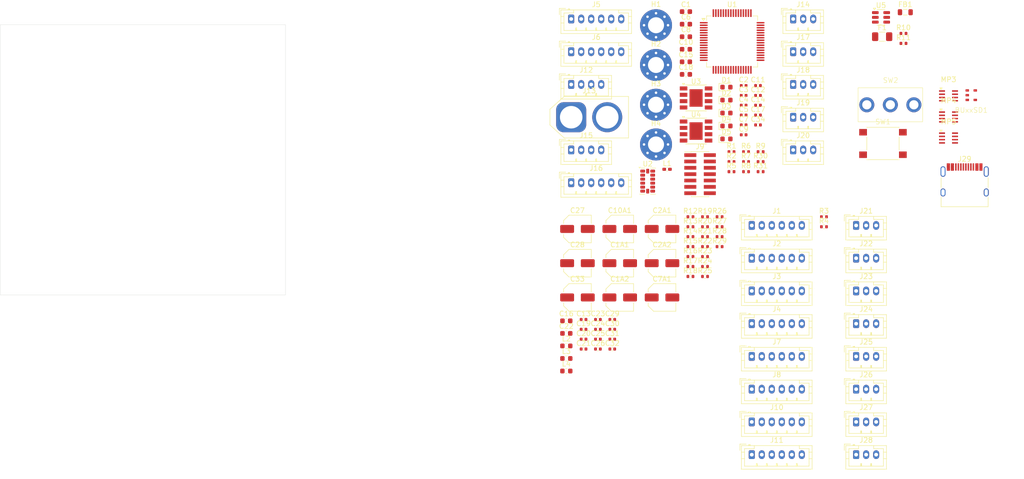
<source format=kicad_pcb>
(kicad_pcb (version 20241229) (generator "pcbnew") (generator_version "9.0")
  (layers (0 "F.Cu" signal) (2 "B.Cu" signal) (13 "F.Paste" user) (15 "B.Paste" user) (5 "F.SilkS" user "F.Silkscreen") (7 "B.SilkS" user "B.Silkscreen") (1 "F.Mask" user) (3 "B.Mask" user) (25 "Edge.Cuts" user))
  (net 0 "")
  (net 1 "+3.3V")
  (net 2 "GND")
  (net 3 "+14.8V")
  (net 4 "+5V")
  (net 5 "+7.5V")
  (net 6 "+2.8V")
  (net 7 "NRST")
  (net 8 "Net-(MP4-VCC)")
  (net 9 "Net-(MP3-VCC)")
  (net 10 "Net-(MP4-SW)")
  (net 11 "Net-(C23-Pad1)")
  (net 12 "Net-(MP3-SW)")
  (net 13 "Net-(C24-Pad1)")
  (net 14 "Net-(C25-Pad1)")
  (net 15 "Net-(C26-Pad1)")
  (net 16 "Net-(MP5-VCC)")
  (net 17 "Net-(MP5-SW)")
  (net 18 "Net-(C31-Pad1)")
  (net 19 "Net-(C32-Pad1)")
  (net 20 "ADC")
  (net 21 "Net-(D1-A)")
  (net 22 "Net-(D2-A)")
  (net 23 "Net-(D3-A)")
  (net 24 "Net-(D4-A)")
  (net 25 "Net-(D5-A)")
  (net 26 "Net-(F1-Pad1)")
  (net 27 "VBUS")
  (net 28 "SDA TOF")
  (net 29 "SCL TOF")
  (net 30 "INT")
  (net 31 "XSHUT_1")
  (net 32 "XSHUT_2")
  (net 33 "XSHUT_4")
  (net 34 "XSHUT_5")
  (net 35 "Encodeur Phase B 1")
  (net 36 "Encodeur phase A 1")
  (net 37 "Encodeur phase A 2")
  (net 38 "Encodeur Phase B 2")
  (net 39 "XSHUT_7")
  (net 40 "XSHUT_8")
  (net 42 "SWCLK")
  (net 43 "SWDIO")
  (net 46 "UART_Debug_RX")
  (net 49 "UART_Debug_TX")
  (net 50 "XSHUT_3")
  (net 51 "XSHUT_6")
  (net 52 "Lidar Output ")
  (net 53 "Net-(J13-Pin_2)")
  (net 54 "PWM_LED1")
  (net 55 "UART_mp3_RX")
  (net 56 "UART_mp3_TX")
  (net 57 "UART_HC05_RX")
  (net 59 "UART_HC05_TX")
  (net 61 "PWM_LED2")
  (net 62 "PWM_LED3")
  (net 63 "PWM_LED4")
  (net 64 "PWM_LED5")
  (net 65 "PWM_servo_1")
  (net 66 "PWM_servo_5")
  (net 67 "PWM_servo_2")
  (net 68 "PWM_servo_6")
  (net 69 "PWM_servo_3")
  (net 70 "PWM_servo_7")
  (net 71 "PWM_servo_4")
  (net 72 "PWM_servo_8")
  (net 73 "Accel SDA")
  (net 74 "Accel SCL")
  (net 75 "Net-(J29-CC1)")
  (net 76 "Net-(J29-CC2)")
  (net 77 "EN{slash}SYNC_5")
  (net 78 "EN{slash}SYNC_7.5")
  (net 79 "PG_5")
  (net 80 "PG_7.5")
  (net 81 "Net-(MP4-BST)")
  (net 82 "Net-(MP3-BST)")
  (net 83 "Net-(MP4-FB)")
  (net 84 "Net-(MP3-FB)")
  (net 85 "EN{slash}SYNC_2.8")
  (net 86 "PG_2.8")
  (net 87 "Net-(MP5-BST)")
  (net 88 "Net-(MP5-FB)")
  (net 89 "INT 1")
  (net 92 "PWM FWD 2")
  (net 93 "PWM FWD 1")
  (net 94 "PWM REV 1")
  (net 97 "STBY_IN")
  (net 98 "PWM REV 2")
  (net 100 "INT 2")
  (net 103 "USB_DM")
  (net 104 "USB_DP")
  (net 109 "D-")
  (net 110 "D+")
  (footprint "LED_SMD:LED_0603_1608Metric" (layer "F.Cu") (at 224.11 68.815)
    (property "Reference" "D5" (at 0 -1.43 0) (layer "F.SilkS"))
    (property "Value" "LED")
    (pad "1" smd roundrect (at -0.7875 0) (size 0.875 0.95) (layers "F.Cu" "F.Mask" "F.Paste") (net 2 "GND"))
    (pad "2" smd roundrect (at 0.7875 0) (size 0.875 0.95) (layers "F.Cu" "F.Mask" "F.Paste") (net 25 "Net-(D5-A)"))
  )
  (footprint "Capacitor_SMD:C_0402_1005Metric" (layer "F.Cu") (at 195.56 106.905)
    (property "Reference" "C19" (at 0 -1.16 0) (layer "F.SilkS"))
    (property "Value" "0.1u")
    (pad "1" smd roundrect (at -0.48 0) (size 0.56 0.62) (layers "F.Cu" "F.Mask" "F.Paste") (net 9 "Net-(MP3-VCC)"))
    (pad "2" smd roundrect (at 0.48 0) (size 0.56 0.62) (layers "F.Cu" "F.Mask" "F.Paste") (net 2 "GND"))
  )
  (footprint "Connector_JST:JST_PH_B6B-PH-K_1x06_P2.00mm_Vertical" (layer "F.Cu") (at 229.17 105.775)
    (property "Reference" "J4" (at 5 -2.9 0) (layer "F.SilkS"))
    (property "Value" "Conn_01x06")
    (pad "1" thru_hole roundrect (at 0 0) (size 1.2 1.75) (drill 0.75) (layers "*.Cu" "*.Mask") (roundrect_rratio 0.208333) (net 30 "INT"))
    (pad "2" thru_hole oval (at 2 0) (size 1.2 1.75) (drill 0.75) (layers "*.Cu" "*.Mask") (net 29 "SCL TOF"))
    (pad "3" thru_hole oval (at 4 0) (size 1.2 1.75) (drill 0.75) (layers "*.Cu" "*.Mask") (net 34 "XSHUT_5"))
    (pad "4" thru_hole oval (at 6 0) (size 1.2 1.75) (drill 0.75) (layers "*.Cu" "*.Mask") (net 28 "SDA TOF"))
    (pad "5" thru_hole oval (at 8 0) (size 1.2 1.75) (drill 0.75) (layers "*.Cu" "*.Mask") (net 6 "+2.8V"))
    (pad "6" thru_hole oval (at 10 0) (size 1.2 1.75) (drill 0.75) (layers "*.Cu" "*.Mask") (net 2 "GND"))
  )
  (footprint "Resistor_SMD:R_0402_1005Metric" (layer "F.Cu") (at 216.92 92.355)
    (property "Reference" "R16" (at 0 -1.17 0) (layer "F.SilkS"))
    (property "Value" "20")
    (pad "1" smd roundrect (at -0.51 0) (size 0.54 0.64) (layers "F.Cu" "F.Mask" "F.Paste") (net 81 "Net-(MP4-BST)"))
    (pad "2" smd roundrect (at 0.51 0) (size 0.54 0.64) (layers "F.Cu" "F.Mask" "F.Paste") (net 11 "Net-(C23-Pad1)"))
  )
  (footprint "Capacitor_SMD:C_0402_1005Metric" (layer "F.Cu") (at 201.3 106.905)
    (property "Reference" "C30" (at 0 -1.16 0) (layer "F.SilkS"))
    (property "Value" "0.1u")
    (pad "1" smd roundrect (at -0.48 0) (size 0.56 0.62) (layers "F.Cu" "F.Mask" "F.Paste") (net 2 "GND"))
    (pad "2" smd roundrect (at 0.48 0) (size 0.56 0.62) (layers "F.Cu" "F.Mask" "F.Paste") (net 3 "+14.8V"))
  )
  (footprint "Capacitor_SMD:C_0603_1608Metric" (layer "F.Cu") (at 192.12 107.715)
    (property "Reference" "C22" (at 0 -1.43 0) (layer "F.SilkS"))
    (property "Value" "1u")
    (pad "1" smd roundrect (at -0.775 0) (size 0.9 0.95) (layers "F.Cu" "F.Mask" "F.Paste") (net 1 "+3.3V"))
    (pad "2" smd roundrect (at 0.775 0) (size 0.9 0.95) (layers "F.Cu" "F.Mask" "F.Paste") (net 2 "GND"))
  )
  (footprint "Connector_JST:JST_PH_B6B-PH-K_1x06_P2.00mm_Vertical" (layer "F.Cu") (at 229.17 112.325)
    (property "Reference" "J7" (at 5 -2.9 0) (layer "F.SilkS"))
    (property "Value" "Conn_01x06")
    (pad "1" thru_hole roundrect (at 0 0) (size 1.2 1.75) (drill 0.75) (layers "*.Cu" "*.Mask") (roundrect_rratio 0.208333) (net 30 "INT"))
    (pad "2" thru_hole oval (at 2 0) (size 1.2 1.75) (drill 0.75) (layers "*.Cu" "*.Mask") (net 29 "SCL TOF"))
    (pad "3" thru_hole oval (at 4 0) (size 1.2 1.75) (drill 0.75) (layers "*.Cu" "*.Mask") (net 39 "XSHUT_7"))
    (pad "4" thru_hole oval (at 6 0) (size 1.2 1.75) (drill 0.75) (layers "*.Cu" "*.Mask") (net 28 "SDA TOF"))
    (pad "5" thru_hole oval (at 8 0) (size 1.2 1.75) (drill 0.75) (layers "*.Cu" "*.Mask") (net 6 "+2.8V"))
    (pad "6" thru_hole oval (at 10 0) (size 1.2 1.75) (drill 0.75) (layers "*.Cu" "*.Mask") (net 2 "GND"))
  )
  (footprint "Resistor_SMD:R_0402_1005Metric" (layer "F.Cu") (at 216.92 94.345)
    (property "Reference" "R17" (at 0 -1.17 0) (layer "F.SilkS"))
    (property "Value" "20")
    (pad "1" smd roundrect (at -0.51 0) (size 0.54 0.64) (layers "F.Cu" "F.Mask" "F.Paste") (net 82 "Net-(MP3-BST)"))
    (pad "2" smd roundrect (at 0.51 0) (size 0.54 0.64) (layers "F.Cu" "F.Mask" "F.Paste") (net 13 "Net-(C24-Pad1)"))
  )
  (footprint "Resistor_SMD:R_0402_1005Metric" (layer "F.Cu") (at 230.94 71.385)
    (property "Reference" "R9" (at 0 -1.17 0) (layer "F.SilkS"))
    (property "Value" "550")
    (pad "1" smd roundrect (at -0.51 0) (size 0.54 0.64) (layers "F.Cu" "F.Mask" "F.Paste") (net 6 "+2.8V"))
    (pad "2" smd roundrect (at 0.51 0) (size 0.54 0.64) (layers "F.Cu" "F.Mask" "F.Paste") (net 21 "Net-(D1-A)"))
  )
  (footprint "Resistor_SMD:R_0402_1005Metric" (layer "F.Cu") (at 216.92 86.385)
    (property "Reference" "R13" (at 0 -1.17 0) (layer "F.SilkS"))
    (property "Value" "100k")
    (pad "1" smd roundrect (at -0.51 0) (size 0.54 0.64) (layers "F.Cu" "F.Mask" "F.Paste") (net 3 "+14.8V"))
    (pad "2" smd roundrect (at 0.51 0) (size 0.54 0.64) (layers "F.Cu" "F.Mask" "F.Paste") (net 78 "EN{slash}SYNC_7.5"))
  )
  (footprint "Resistor_SMD:R_0402_1005Metric" (layer "F.Cu") (at 228.03 73.375)
    (property "Reference" "R7" (at 0 -1.17 0) (layer "F.SilkS"))
    (property "Value" "1k65")
    (pad "1" smd roundrect (at -0.51 0) (size 0.54 0.64) (layers "F.Cu" "F.Mask" "F.Paste") (net 4 "+5V"))
    (pad "2" smd roundrect (at 0.51 0) (size 0.54 0.64) (layers "F.Cu" "F.Mask" "F.Paste") (net 24 "Net-(D4-A)"))
  )
  (footprint "Resistor_SMD:R_0402_1005Metric" (layer "F.Cu") (at 222.74 90.365)
    (property "Reference" "R29" (at 0 -1.17 0) (layer "F.SilkS"))
    (property "Value" "40.2k")
    (pad "1" smd roundrect (at -0.51 0) (size 0.54 0.64) (layers "F.Cu" "F.Mask" "F.Paste") (net 19 "Net-(C32-Pad1)"))
    (pad "2" smd roundrect (at 0.51 0) (size 0.54 0.64) (layers "F.Cu" "F.Mask" "F.Paste") (net 6 "+2.8V"))
  )
  (footprint "Resistor_SMD:R_0402_1005Metric" (layer "F.Cu") (at 216.92 90.365)
    (property "Reference" "R15" (at 0 -1.17 0) (layer "F.SilkS"))
    (property "Value" "100k")
    (pad "1" smd roundrect (at -0.51 0) (size 0.54 0.64) (layers "F.Cu" "F.Mask" "F.Paste") (net 9 "Net-(MP3-VCC)"))
    (pad "2" smd roundrect (at 0.51 0) (size 0.54 0.64) (layers "F.Cu" "F.Mask" "F.Paste") (net 80 "PG_7.5"))
  )
  (footprint "Connector_JST:JST_PH_B6B-PH-K_1x06_P2.00mm_Vertical" (layer "F.Cu") (at 229.17 131.975)
    (property "Reference" "J11" (at 5 -2.9 0) (layer "F.SilkS"))
    (property "Value" "Conn_01x06")
    (pad "1" thru_hole roundrect (at 0 0) (size 1.2 1.75) (drill 0.75) (layers "*.Cu" "*.Mask") (roundrect_rratio 0.208333) (net 30 "INT"))
    (pad "2" thru_hole oval (at 2 0) (size 1.2 1.75) (drill 0.75) (layers "*.Cu" "*.Mask") (net 29 "SCL TOF"))
    (pad "3" thru_hole oval (at 4 0) (size 1.2 1.75) (drill 0.75) (layers "*.Cu" "*.Mask") (net 51 "XSHUT_6"))
    (pad "4" thru_hole oval (at 6 0) (size 1.2 1.75) (drill 0.75) (layers "*.Cu" "*.Mask") (net 28 "SDA TOF"))
    (pad "5" thru_hole oval (at 8 0) (size 1.2 1.75) (drill 0.75) (layers "*.Cu" "*.Mask") (net 6 "+2.8V"))
    (pad "6" thru_hole oval (at 10 0) (size 1.2 1.75) (drill 0.75) (layers "*.Cu" "*.Mask") (net 2 "GND"))
  )
  (footprint "Capacitor_SMD:C_0603_1608Metric" (layer "F.Cu") (at 216.02 50.885)
    (property "Reference" "C10" (at 0 -1.43 0) (layer "F.SilkS"))
    (property "Value" "1u")
    (pad "1" smd roundrect (at -0.775 0) (size 0.9 0.95) (layers "F.Cu" "F.Mask" "F.Paste") (net 1 "+3.3V"))
    (pad "2" smd roundrect (at 0.775 0) (size 0.9 0.95) (layers "F.Cu" "F.Mask" "F.Paste") (net 2 "GND"))
  )
  (footprint "Connector_JST:JST_PH_B6B-PH-K_1x06_P2.00mm_Vertical" (layer "F.Cu") (at 193.09 77.575)
    (property "Reference" "J16" (at 5 -2.9 0) (layer "F.SilkS"))
    (property "Value" "Conn_01x06")
    (pad "1" thru_hole roundrect (at 0 0) (size 1.2 1.75) (drill 0.75) (layers "*.Cu" "*.Mask") (roundrect_rratio 0.208333))
    (pad "2" thru_hole oval (at 2 0) (size 1.2 1.75) (drill 0.75) (layers "*.Cu" "*.Mask") (net 4 "+5V"))
    (pad "3" thru_hole oval (at 4 0) (size 1.2 1.75) (drill 0.75) (layers "*.Cu" "*.Mask") (net 2 "GND"))
    (pad "4" thru_hole oval (at 6 0) (size 1.2 1.75) (drill 0.75) (layers "*.Cu" "*.Mask") (net 59 "UART_HC05_TX"))
    (pad "5" thru_hole oval (at 8 0) (size 1.2 1.75) (drill 0.75) (layers "*.Cu" "*.Mask") (net 57 "UART_HC05_RX"))
    (pad "6" thru_hole oval (at 10 0) (size 1.2 1.75) (drill 0.75) (layers "*.Cu" "*.Mask"))
  )
  (footprint "Resistor_SMD:R_0402_1005Metric" (layer "F.Cu") (at 228.03 71.385)
    (property "Reference" "R6" (at 0 -1.17 0) (layer "F.SilkS"))
    (property "Value" "2k9")
    (pad "1" smd roundrect (at -0.51 0) (size 0.54 0.64) (layers "F.Cu" "F.Mask" "F.Paste") (net 5 "+7.5V"))
    (pad "2" smd roundrect (at 0.51 0) (size 0.54 0.64) (layers "F.Cu" "F.Mask" "F.Paste") (net 23 "Net-(D3-A)"))
  )
  (footprint "Capacitor_SMD:C_0402_1005Metric" (layer "F.Cu") (at 195.56 110.845)
    (property "Reference" "C21" (at 0 -1.16 0) (layer "F.SilkS"))
    (property "Value" "0.1u")
    (pad "1" smd roundrect (at -0.48 0) (size 0.56 0.62) (layers "F.Cu" "F.Mask" "F.Paste") (net 2 "GND"))
    (pad "2" smd roundrect (at 0.48 0) (size 0.56 0.62) (layers "F.Cu" "F.Mask" "F.Paste") (net 3 "+14.8V"))
  )
  (footprint "Capacitor_SMD:C_0402_1005Metric" (layer "F.Cu") (at 201.3 104.935)
    (property "Reference" "C29" (at 0 -1.16 0) (layer "F.SilkS"))
    (property "Value" "0.1u")
    (pad "1" smd roundrect (at -0.48 0) (size 0.56 0.62) (layers "F.Cu" "F.Mask" "F.Paste") (net 16 "Net-(MP5-VCC)"))
    (pad "2" smd roundrect (at 0.48 0) (size 0.56 0.62) (layers "F.Cu" "F.Mask" "F.Paste") (net 2 "GND"))
  )
  (footprint "Capacitor_SMD:C_0402_1005Metric" (layer "F.Cu") (at 227.55 60.115)
    (property "Reference" "C3" (at 0 -1.16 0) (layer "F.SilkS"))
    (property "Value" "100n")
    (pad "1" smd roundrect (at -0.48 0) (size 0.56 0.62) (layers "F.Cu" "F.Mask" "F.Paste") (net 1 "+3.3V"))
    (pad "2" smd roundrect (at 0.48 0) (size 0.56 0.62) (layers "F.Cu" "F.Mask" "F.Paste") (net 2 "GND"))
  )
  (footprint "Capacitor_SMD:C_0402_1005Metric" (layer "F.Cu") (at 227.55 58.145)
    (property "Reference" "C2" (at 0 -1.16 0) (layer "F.SilkS"))
    (property "Value" "100n")
    (pad "1" smd roundrect (at -0.48 0) (size 0.56 0.62) (layers "F.Cu" "F.Mask" "F.Paste") (net 1 "+3.3V"))
    (pad "2" smd roundrect (at 0.48 0) (size 0.56 0.62) (layers "F.Cu" "F.Mask" "F.Paste") (net 2 "GND"))
  )
  (footprint "Resistor_SMD:R_0402_1005Metric" (layer "F.Cu") (at 222.74 86.385)
    (property "Reference" "R27" (at 0 -1.17 0) (layer "F.SilkS"))
    (property "Value" "33k")
    (pad "1" smd roundrect (at -0.51 0) (size 0.54 0.64) (layers "F.Cu" "F.Mask" "F.Paste") (net 19 "Net-(C32-Pad1)"))
    (pad "2" smd roundrect (at 0.51 0) (size 0.54 0.64) (layers "F.Cu" "F.Mask" "F.Paste") (net 88 "Net-(MP5-FB)"))
  )
  (footprint "Resistor_SMD:R_0402_1005Metric" (layer "F.Cu") (at 222.74 84.395)
    (property "Reference" "R26" (at 0 -1.17 0) (layer "F.SilkS"))
    (property "Value" "20")
    (pad "1" smd roundrect (at -0.51 0) (size 0.54 0.64) (layers "F.Cu" "F.Mask" "F.Paste") (net 87 "Net-(MP5-BST)"))
    (pad "2" smd roundrect (at 0.51 0) (size 0.54 0.64) (layers "F.Cu" "F.Mask" "F.Paste") (net 18 "Net-(C31-Pad1)"))
  )
  (footprint "Resistor_SMD:R_0402_1005Metric" (layer "F.Cu") (at 219.83 96.335)
    (property "Reference" "R25" (at 0 -1.17 0) (layer "F.SilkS"))
    (property "Value" "100k")
    (pad "1" smd roundrect (at -0.51 0) (size 0.54 0.64) (layers "F.Cu" "F.Mask" "F.Paste") (net 16 "Net-(MP5-VCC)"))
    (pad "2" smd roundrect (at 0.51 0) (size 0.54 0.64) (layers "F.Cu" "F.Mask" "F.Paste") (net 86 "PG_2.8"))
  )
  (footprint "Connector_JST:JST_PH_B3B-PH-K_1x03_P2.00mm_Vertical" (layer "F.Cu") (at 237.45 51.375)
    (property "Reference" "J17" (at 2 -2.9 0) (layer "F.SilkS"))
    (property "Value" "Conn_01x03")
    (pad "1" thru_hole roundrect (at 0 0) (size 1.2 1.75) (drill 0.75) (layers "*.Cu" "*.Mask") (roundrect_rratio 0.208333) (net 2 "GND"))
    (pad "2" thru_hole oval (at 2 0) (size 1.2 1.75) (drill 0.75) (layers "*.Cu" "*.Mask") (net 61 "PWM_LED2"))
    (pad "3" thru_hole oval (at 4 0) (size 1.2 1.75) (drill 0.75) (layers "*.Cu" "*.Mask") (net 4 "+5V"))
  )
  (footprint "Package_SO:Diodes_SO-8EP" (layer "F.Cu") (at 218.04 60.625)
    (property "Reference" "U3" (at 0 -3.3 0) (layer "F.SilkS"))
    (property "Value" "ZXBM5210-SP")
    (pad "1" smd rect (at -2.4975 -1.905) (size 1.505 0.802) (layers "F.Cu" "F.Mask" "F.Paste") (net 36 "Encodeur phase A 1"))
    (pad "2" smd rect (at -2.4975 -0.635) (size 1.505 0.802) (layers "F.Cu" "F.Mask" "F.Paste") (net 5 "+7.5V"))
    (pad "3" smd rect (at -2.4975 0.635) (size 1.505 0.802) (layers "F.Cu" "F.Mask" "F.Paste") (net 5 "+7.5V"))
    (pad "4" smd rect (at -2.4975 1.905) (size 1.505 0.802) (layers "F.Cu" "F.Mask" "F.Paste") (net 93 "PWM FWD 1"))
    (pad "5" smd rect (at 2.4975 1.905) (size 1.505 0.802) (layers "F.Cu" "F.Mask" "F.Paste") (net 94 "PWM REV 1"))
    (pad "6" smd rect (at 2.4975 0.635) (size 1.505 0.802) (layers "F.Cu" "F.Mask" "F.Paste") (net 5 "+7.5V"))
    (pad "7" smd rect (at 2.4975 -0.635) (size 1.505 0.802) (layers "F.Cu" "F.Mask" "F.Paste") (net 35 "Encodeur Phase B 1"))
    (pad "8" smd rect (at 2.4975 -1.905) (size 1.505 0.802) (layers "F.Cu" "F.Mask" "F.Paste") (net 2 "GND"))
    (pad "9" smd rect (at 0 0) (size 2.613 3.502) (layers "F.Cu" "F.Mask" "F.Paste") (net 2 "GND"))
  )
  (footprint "Resistor_SMD:R_0402_1005Metric" (layer "F.Cu") (at 225.12 75.365)
    (property "Reference" "R5" (at 0 -1.17 0) (layer "F.SilkS"))
    (property "Value" "6k55")
    (pad "1" smd roundrect (at -0.51 0) (size 0.54 0.64) (layers "F.Cu" "F.Mask" "F.Paste") (net 3 "+14.8V"))
    (pad "2" smd roundrect (at 0.51 0) (size 0.54 0.64) (layers "F.Cu" "F.Mask" "F.Paste") (net 25 "Net-(D5-A)"))
  )
  (footprint "Capacitor_SMD:C_0402_1005Metric" (layer "F.Cu") (at 230.42 62.085)
    (property "Reference" "C14" (at 0 -1.16 0) (layer "F.SilkS"))
    (property "Value" "100n")
    (pad "1" smd roundrect (at -0.48 0) (size 0.56 0.62) (layers "F.Cu" "F.Mask" "F.Paste") (net 5 "+7.5V"))
    (pad "2" smd roundrect (at 0.48 0) (size 0.56 0.62) (layers "F.Cu" "F.Mask" "F.Paste") (net 2 "GND"))
  )
  (footprint "Capacitor_SMD:C_0402_1005Metric" (layer "F.Cu") (at 230.42 58.145)
    (property "Reference" "C11" (at 0 -1.16 0) (layer "F.SilkS"))
    (property "Value" "0.1u")
    (pad "1" smd roundrect (at -0.48 0) (size 0.56 0.62) (layers "F.Cu" "F.Mask" "F.Paste") (net 1 "+3.3V"))
    (pad "2" smd roundrect (at 0.48 0) (size 0.56 0.62) (layers "F.Cu" "F.Mask" "F.Paste") (net 2 "GND"))
  )
  (footprint "Capacitor_SMD:C_0603_1608Metric" (layer "F.Cu") (at 216.02 55.905)
    (property "Reference" "C18" (at 0 -1.43 0) (layer "F.SilkS"))
    (property "Value" "4.7u")
    (pad "1" smd roundrect (at -0.775 0) (size 0.9 0.95) (layers "F.Cu" "F.Mask" "F.Paste") (net 2 "GND"))
    (pad "2" smd roundrect (at 0.775 0) (size 0.9 0.95) (layers "F.Cu" "F.Mask" "F.Paste") (net 5 "+7.5V"))
  )
  (footprint "Connector_JST:JST_PH_B6B-PH-K_1x06_P2.00mm_Vertical" (layer "F.Cu") (at 229.17 86.125)
    (property "Reference" "J1" (at 5 -2.9 0) (layer "F.SilkS"))
    (property "Value" "Conn_01x06")
    (pad "1" thru_hole roundrect (at 0 0) (size 1.2 1.75) (drill 0.75) (layers "*.Cu" "*.Mask") (roundrect_rratio 0.208333) (net 30 "INT"))
    (pad "2" thru_hole oval (at 2 0) (size 1.2 1.75) (drill 0.75) (layers "*.Cu" "*.Mask") (net 29 "SCL TOF"))
    (pad "3" thru_hole oval (at 4 0) (size 1.2 1.75) (drill 0.75) (layers "*.Cu" "*.Mask") (net 31 "XSHUT_1"))
    (pad "4" thru_hole oval (at 6 0) (size 1.2 1.75) (drill 0.75) (layers "*.Cu" "*.Mask") (net 28 "SDA TOF"))
    (pad "5" thru_hole oval (at 8 0) (size 1.2 1.75) (drill 0.75) (layers "*.Cu" "*.Mask") (net 6 "+2.8V"))
    (pad "6" thru_hole oval (at 10 0) (size 1.2 1.75) (drill 0.75) (layers "*.Cu" "*.Mask") (net 2 "GND"))
  )
  (footprint "Connector_JST:JST_PH_B6B-PH-K_1x06_P2.00mm_Vertical" (layer "F.Cu") (at 229.17 118.875)
    (property "Reference" "J8" (at 5 -2.9 0) (layer "F.SilkS"))
    (property "Value" "Conn_01x06")
    (pad "1" thru_hole roundrect (at 0 0) (size 1.2 1.75) (drill 0.75) (layers "*.Cu" "*.Mask") (roundrect_rratio 0.208333) (net 30 "INT"))
    (pad "2" thru_hole oval (at 2 0) (size 1.2 1.75) (drill 0.75) (layers "*.Cu" "*.Mask") (net 29 "SCL TOF"))
    (pad "3" thru_hole oval (at 4 0) (size 1.2 1.75) (drill 0.75) (layers "*.Cu" "*.Mask") (net 40 "XSHUT_8"))
    (pad "4" thru_hole oval (at 6 0) (size 1.2 1.75) (drill 0.75) (layers "*.Cu" "*.Mask") (net 28 "SDA TOF"))
    (pad "5" thru_hole oval (at 8 0) (size 1.2 1.75) (drill 0.75) (layers "*.Cu" "*.Mask") (net 6 "+2.8V"))
    (pad "6" thru_hole oval (at 10 0) (size 1.2 1.75) (drill 0.75) (layers "*.Cu" "*.Mask") (net 2 "GND"))
  )
  (footprint "Package_TO_SOT_SMD:SOT-23-6" (layer "F.Cu") (at 255 44.5)
    (property "Reference" "U5" (at 0 -2.4 0) (layer "F.SilkS"))
    (property "Value" "USBLC6-2SC6")
    (pad "1" smd roundrect (at -1.1375 -0.95) (size 1.325 0.6) (layers "F.Cu" "F.Mask" "F.Paste") (net 109 "D-"))
    (pad "2" smd roundrect (at -1.1375 0) (size 1.325 0.6) (layers "F.Cu" "F.Mask" "F.Paste") (net 2 "GND"))
    (pad "3" smd roundrect (at -1.1375 0.95) (size 1.325 0.6) (layers "F.Cu" "F.Mask" "F.Paste") (net 110 "D+"))
    (pad "4" smd roundrect (at 1.1375 0.95) (size 1.325 0.6) (layers "F.Cu" "F.Mask" "F.Paste") (net 103 "USB_DM"))
    (pad "5" smd roundrect (at 1.1375 0) (size 1.325 0.6) (layers "F.Cu" "F.Mask" "F.Paste") (net 27 "VBUS"))
    (pad "6" smd roundrect (at 1.1375 -0.95) (size 1.325 0.6) (layers "F.Cu" "F.Mask" "F.Paste") (net 104 "USB_DP"))
  )
  (footprint "Resistor_SMD:R_0402_1005Metric" (layer "F.Cu") (at 222.74 88.375)
    (property "Reference" "R28" (at 0 -1.17 0) (layer "F.SilkS"))
    (property "Value" "16.3k")
    (pad "1" smd roundrect (at -0.51 0) (size 0.54 0.64) (layers "F.Cu" "F.Mask" "F.Paste") (net 19 "Net-(C32-Pad1)"))
    (pad "2" smd roundrect (at 0.51 0) (size 0.54 0.64) (layers "F.Cu" "F.Mask" "F.Paste") (net 2 "GND"))
  )
  (footprint "Capacitor_SMD:C_0402_1005Metric" (layer "F.Cu") (at 227.55 62.085)
    (property "Reference" "C4" (at 0 -1.16 0) (layer "F.SilkS"))
    (property "Value" "100n")
    (pad "1" smd roundrect (at -0.48 0) (size 0.56 0.62) (layers "F.Cu" "F.Mask" "F.Paste") (net 1 "+3.3V"))
    (pad "2" smd roundrect (at 0.48 0) (size 0.56 0.62) (layers "F.Cu" "F.Mask" "F.Paste") (net 2 "GND"))
  )
  (footprint "Capacitor_SMD:C_0603_1608Metric" (layer "F.Cu") (at 216.02 53.395)
    (property "Reference" "C15" (at 0 -1.43 0) (layer "F.SilkS"))
    (property "Value" "4.7u")
    (pad "1" smd roundrect (at -0.775 0) (size 0.9 0.95) (layers "F.Cu" "F.Mask" "F.Paste") (net 2 "GND"))
    (pad "2" smd roundrect (at 0.775 0) (size 0.9 0.95) (layers "F.Cu" "F.Mask" "F.Paste") (net 5 "+7.5V"))
  )
  (footprint "Resistor_SMD:R_0402_1005Metric" (layer "F.Cu") (at 219.83 84.395)
    (property "Reference" "R19" (at 0 -1.17 0) (layer "F.SilkS"))
    (property "Value" "16k")
    (pad "1" smd roundrect (at -0.51 0) (size 0.54 0.64) (layers "F.Cu" "F.Mask" "F.Paste") (net 15 "Net-(C26-Pad1)"))
    (pad "2" smd roundrect (at 0.51 0) (size 0.54 0.64) (layers "F.Cu" "F.Mask" "F.Paste") (net 84 "Net-(MP3-FB)"))
  )
  (footprint "Connector_JST:JST_PH_B3B-PH-K_1x03_P2.00mm_Vertical" (layer "F.Cu") (at 250.03 112.325)
    (property "Reference" "J25" (at 2 -2.9 0) (layer "F.SilkS"))
    (property "Value" "Conn_01x03")
    (pad "1" thru_hole roundrect (at 0 0) (size 1.2 1.75) (drill 0.75) (layers "*.Cu" "*.Mask") (roundrect_rratio 0.208333) (net 69 "PWM_servo_3"))
    (pad "2" thru_hole oval (at 2 0) (size 1.2 1.75) (drill 0.75) (layers "*.Cu" "*.Mask") (net 4 "+5V"))
    (pad "3" thru_hole oval (at 4 0) (size 1.2 1.75) (drill 0.75) (layers "*.Cu" "*.Mask") (net 2 "GND"))
  )
  (footprint "Connector_JST:JST_PH_B3B-PH-K_1x03_P2.00mm_Vertical" (layer "F.Cu") (at 250.03 86.125)
    (property "Reference" "J21" (at 2 -2.9 0) (layer "F.SilkS"))
    (property "Value" "Conn_01x03")
    (pad "1" thru_hole roundrect (at 0 0) (size 1.2 1.75) (drill 0.75) (layers "*.Cu" "*.Mask") (roundrect_rratio 0.208333) (net 65 "PWM_servo_1"))
    (pad "2" thru_hole oval (at 2 0) (size 1.2 1.75) (drill 0.75) (layers "*.Cu" "*.Mask") (net 4 "+5V"))
    (pad "3" thru_hole oval (at 4 0) (size 1.2 1.75) (drill 0.75) (layers "*.Cu" "*.Mask") (net 2 "GND"))
  )
  (footprint "Connector_AMASS:AMASS_XT60-M_1x02_P7.20mm_Vertical" (layer "F.Cu") (at 193.09 64.475)
    (property "Reference" "J13" (at 3.6 -5.3 180) (layer "F.SilkS"))
    (property "Value" "Conn_01x02")
    (pad "1" thru_hole roundrect (at 0 0) (size 6 6) (drill 4.5) (layers "*.Cu" "*.Mask") (net 2 "GND"))
    (pad "2" thru_hole circle (at 7.2 0) (size 6 6) (drill 4.5) (layers "*.Cu" "*.Mask") (net 53 "Net-(J13-Pin_2)"))
  )
  (footprint "Connector_JST:JST_PH_B6B-PH-K_1x06_P2.00mm_Vertical" (layer "F.Cu") (at 229.17 125.425)
    (property "Reference" "J10" (at 5 -2.9 0) (layer "F.SilkS"))
    (property "Value" "Conn_01x06")
    (pad "1" thru_hole roundrect (at 0 0) (size 1.2 1.75) (drill 0.75) (layers "*.Cu" "*.Mask") (roundrect_rratio 0.208333) (net 30 "INT"))
    (pad "2" thru_hole oval (at 2 0) (size 1.2 1.75) (drill 0.75) (layers "*.Cu" "*.Mask") (net 29 "SCL TOF"))
    (pad "3" thru_hole oval (at 4 0) (size 1.2 1.75) (drill 0.75) (layers "*.Cu" "*.Mask") (net 50 "XSHUT_3"))
    (pad "4" thru_hole oval (at 6 0) (size 1.2 1.75) (drill 0.75) (layers "*.Cu" "*.Mask") (net 28 "SDA TOF"))
    (pad "5" thru_hole oval (at 8 0) (size 1.2 1.75) (drill 0.75) (layers "*.Cu" "*.Mask") (net 6 "+2.8V"))
    (pad "6" thru_hole oval (at 10 0) (size 1.2 1.75) (drill 0.75) (layers "*.Cu" "*.Mask") (net 2 "GND"))
  )
  (footprint "Capacitor_SMD:C_0402_1005Metric" (layer "F.Cu") (at 195.56 104.935)
    (property "Reference" "C13" (at 0 -1.16 0) (layer "F.SilkS"))
    (property "Value" "0.1u")
    (pad "1" smd roundrect (at -0.48 0) (size 0.56 0.62) (layers "F.Cu" "F.Mask" "F.Paste") (net 8 "Net-(MP4-VCC)"))
    (pad "2" smd roundrect (at 0.48 0) (size 0.56 0.62) (layers "F.Cu" "F.Mask" "F.Paste") (net 2 "GND"))
  )
  (footprint "Resistor_SMD:R_0402_1005Metric" (layer "F.Cu") (at 219.83 86.385)
    (property "Reference" "R20" (at 0 -1.17 0) (layer "F.SilkS"))
    (property "Value" "7.68k")
    (pad "1" smd roundrect (at -0.51 0) (size 0.54 0.64) (layers "F.Cu" "F.Mask" "F.Paste") (net 14 "Net-(C25-Pad1)"))
    (pad "2" smd roundrect (at 0.51 0) (size 0.54 0.64) (layers "F.Cu" "F.Mask" "F.Paste") (net 2 "GND"))
  )
  (footprint "Resistor_SMD:R_0402_1005Metric" (layer "F.Cu") (at 230.94 75.365)
    (property "Reference" "R31" (at 0 -1.17 0) (layer "F.SilkS"))
    (property "Value" "10k")
    (pad "1" smd roundrect (at -0.51 0) (size 0.54 0.64) (layers "F.Cu" "F.Mask" "F.Paste") (net 20 "ADC"))
    (pad "2" smd roundrect (at 0.51 0) (size 0.54 0.64) (layers "F.Cu" "F.Mask" "F.Paste") (net 2 "GND"))
  )
  (footprint "Resistor_SMD:R_0402_1005Metric" (layer "F.Cu") (at 243.6 84.395)
    (property "Reference" "R3" (at 0 -1.17 0) (layer "F.SilkS"))
    (property "Value" "1k")
    (pad "1" smd roundrect (at -0.51 0) (size 0.54 0.64) (layers "F.Cu" "F.Mask" "F.Paste") (net 1 "+3.3V"))
    (pad "2" smd roundrect (at 0.51 0) (size 0.54 0.64) (layers "F.Cu" "F.Mask" "F.Paste") (net 28 "SDA TOF"))
  )
  (footprint "Connector_USB:USB_C_Receptacle_HRO_TYPE-C-31-M-12" (layer "F.Cu") (at 271.71 78.475)
    (property "Reference" "J29" (at 0 -5.645 0) (layer "F.SilkS"))
    (property "Value" "USB_C_Receptacle_USB2.0_16P")
    (pad "" np_thru_hole circle (at -2.89 -2.6) (size 0.65 0.65) (drill 0.65) (layers "*.Cu" "*.Mask"))
    (pad "" np_thru_hole circle (at 2.89 -2.6) (size 0.65 0.65) (drill 0.65) (layers "*.Cu" "*.Mask"))
    (pad "A1" smd rect (at -3.25 -4.045) (size 0.6 1.45) (layers "F.Cu" "F.Mask" "F.Paste") (net 2 "GND"))
    (pad "A4" smd rect (at -2.45 -4.045) (size 0.6 1.45) (layers "F.Cu" "F.Mask" "F.Paste") (net 27 "VBUS"))
    (pad "A5" smd rect (at -1.25 -4.045) (size 0.3 1.45) (layers "F.Cu" "F.Mask" "F.Paste") (net 75 "Net-(J29-CC1)"))
    (pad "A6" smd rect (at -0.25 -4.045) (size 0.3 1.45) (layers "F.Cu" "F.Mask" "F.Paste") (net 110 "D+"))
    (pad "A7" smd rect (at 0.25 -4.045) (size 0.3 1.45) (layers "F.Cu" "F.Mask" "F.Paste") (net 109 "D-"))
    (pad "A8" smd rect (at 1.25 -4.045) (size 0.3 1.45) (layers "F.Cu" "F.Mask" "F.Paste"))
    (pad "A9" smd rect (at 2.45 -4.045) (size 0.6 1.45) (layers "F.Cu" "F.Mask" "F.Paste") (net 27 "VBUS"))
    (pad "A12" smd rect (at 3.25 -4.045) (size 0.6 1.45) (layers "F.Cu" "F.Mask" "F.Paste") (net 2 "GND"))
    (pad "B1" smd rect (at 3.25 -4.045) (size 0.6 1.45) (layers "F.Cu" "F.Mask" "F.Paste") (net 2 "GND"))
    (pad "B4" smd rect (at 2.45 -4.045) (size 0.6 1.45) (layers "F.Cu" "F.Mask" "F.Paste") (net 27 "VBUS"))
    (pad "B5" smd rect (at 1.75 -4.045) (size 0.3 1.45) (layers "F.Cu" "F.Mask" "F.Paste") (net 76 "Net-(J29-CC2)"))
    (pad "B6" smd rect (at 0.75 -4.045) (size 0.3 1.45) (layers "F.Cu" "F.Mask" "F.Paste") (net 110 "D+"))
    (pad "B7" smd rect (at -0.75 -4.045) (size 0.3 1.45) (layers "F.Cu" "F.Mask" "F.Paste") (net 109 "D-"))
    (pad "B8" smd rect (at -1.75 -4.045) (size 0.3 1.45) (layers "F.Cu" "F.Mask" "F.Paste"))
    (pad "B9" smd rect (at -2.45 -4.045) (size 0.6 1.45) (layers "F.Cu" "F.Mask" "F.Paste") (net 27 "VBUS"))
    (pad "B12" smd rect (at -3.25 -4.045) (size 0.6 1.45) (layers "F.Cu" "F.Mask" "F.Paste") (net 2 "GND"))
    (pad "S1" thru_hole oval (at -4.32 -3.13) (size 1 2.1) (drill oval 0.6 1.7) (property pad_prop_heatsink) (layers "*.Cu" "*.Mask") (net 2 "GND"))
    (pad "S1" thru_hole oval (at -4.32 1.05) (size 1 1.6) (drill oval 0.6 1.2) (property pad_prop_heatsink) (layers "*.Cu" "*.Mask") (net 2 "GND"))
    (pad "S1" thru_hole oval (at 4.32 -3.13) (size 1 2.1) (drill oval 0.6 1.7) (property pad_prop_heatsink) (layers "*.Cu" "*.Mask") (net 2 "GND"))
    (pad "S1" thru_hole oval (at 4.32 1.05) (size 1 1.6) (drill oval 0.6 1.2) (property pad_prop_heatsink) (layers "*.Cu" "*.Mask") (net 2 "GND"))
  )
  (footprint "Connector_JST:JST_PH_B3B-PH-K_1x03_P2.00mm_Vertical" (layer "F.Cu") (at 237.45 64.475)
    (property "Reference" "J19" (at 2 -2.9 0) (layer "F.SilkS"))
    (property "Value" "Conn_01x03")
    (pad "1" thru_hole roundrect (at 0 0) (size 1.2 1.75) (drill 0.75) (layers "*.Cu" "*.Mask") (roundrect_rratio 0.208333) (net 2 "GND"))
    (pad "2" thru_hole oval (at 2 0) (size 1.2 1.75) (drill 0.75) (layers "*.Cu" "*.Mask") (net 63 "PWM_LED4"))
    (pad "3" thru_hole oval (at 4 0) (size 1.2 1.75) (drill 0.75) (layers "*.Cu" "*.Mask") (net 4 "+5V"))
  )
  (footprint "MountingHole:MountingHole_3.2mm_M3_Pad_Via" (layer "F.Cu") (at 210.04 54.025)
    (property "Reference" "H2" (at 0 -4.2 0) (layer "F.SilkS"))
    (property "Value" "MountingHole_Pad")
    (pad "1" thru_hole circle (at -2.4 0) (size 0.8 0.8) (drill 0.5) (layers "*.Cu" "*.Mask") (net 2 "GND"))
    (pad "1" thru_hole circle (at -1.697056 -1.697056) (size 0.8 0.8) (drill 0.5) (layers "*.Cu" "*.Mask") (net 2 "GND"))
    (pad "1" thru_hole circle (at -1.697056 1.697056) (size 0.8 0.8) (drill 0.5) (layers "*.Cu" "*.Mask") (net 2 "GND"))
    (pad "1" thru_hole circle (at 0 -2.4) (size 0.8 0.8) (drill 0.5) (layers "*.Cu" "*.Mask") (net 2 "GND"))
    (pad "1" thru_hole circle (at 0 0) (size 6.4 6.4) (drill 3.2) (layers "*.Cu" "*.Mask") (net 2 "GND"))
    (pad "1" thru_hole circle (at 0 2.4) (size 0.8 0.8) (drill 0.5) (layers "*.Cu" "*.Mask") (net 2 "GND"))
    (pad "1" thru_hole circle (at 1.697056 -1.697056) (size 0.8 0.8) (drill 0.5) (layers "*.Cu" "*.Mask") (net 2 "GND"))
    (pad "1" thru_hole circle (at 1.697056 1.697056) (size 0.8 0.8) (drill 0.5) (layers "*.Cu" "*.Mask") (net 2 "GND"))
    (pad "1" thru_hole circle (at 2.4 0) (size 0.8 0.8) (drill 0.5) (layers "*.Cu" "*.Mask") (net 2 "GND"))
  )
  (footprint "Resistor_SMD:R_0402_1005Metric" (layer "F.Cu") (at 216.92 88.375)
    (property "Reference" "R14" (at 0 -1.17 0) (layer "F.SilkS"))
    (property "Value" "100k")
    (pad "1" smd roundrect (at -0.51 0) (size 0.54 0.64) (layers "F.Cu" "F.Mask" "F.Paste") (net 8 "Net-(MP4-VCC)"))
    (pad "2" smd roundrect (at 0.51 0) (size 0.54 0.64) (layers "F.Cu" "F.Mask" "F.Paste") (net 79 "PG_5"))
  )
  (footprint "Connector_JST:JST_PH_B3B-PH-K_1x03_P2.00mm_Vertical" (layer "F.Cu") (at 250.03 92.675)
    (property "Reference" "J22" (at 2 -2.9 0) (layer "F.SilkS"))
    (property "Value" "Conn_01x03")
    (pad "1" thru_hole roundrect (at 0 0) (size 1.2 1.75) (drill 0.75) (layers "*.Cu" "*.Mask") (roundrect_rratio 0.208333) (net 66 "PWM_servo_5"))
    (pad "2" thru_hole oval (at 2 0) (size 1.2 1.75) (drill 0.75) (layers "*.Cu" "*.Mask") (net 4 "+5V"))
    (pad "3" thru_hole oval (at 4 0) (size 1.2 1.75) (drill 0.75) (layers "*.Cu" "*.Mask") (net 2 "GND"))
  )
  (footprint "Connector_JST:JST_PH_B6B-PH-K_1x06_P2.00mm_Vertical" (layer "F.Cu") (at 193.09 51.375)
    (property "Reference" "J6" (at 5 -2.9 0) (layer "F.SilkS"))
    (property "Value" "Conn_01x06")
    (pad "1" thru_hole roundrect (at 0 0) (size 1.2 1.75) (drill 0.75) (layers "*.Cu" "*.Mask") (roundrect_rratio 0.208333) (net 2 "GND"))
    (pad "2" thru_hole oval (at 2 0) (size 1.2 1.75) (drill 0.75) (layers "*.Cu" "*.Mask") (net 2 "GND"))
    (pad "3" thru_hole oval (at 4 0) (size 1.2 1.75) (drill 0.75) (layers "*.Cu" "*.Mask") (net 37 "Encodeur phase A 2"))
    (pad "4" thru_hole oval (at 6 0) (size 1.2 1.75) (drill 0.75) (layers "*.Cu" "*.Mask") (net 38 "Encodeur Phase B 2"))
    (pad "5" thru_hole oval (at 8 0) (size 1.2 1.75) (drill 0.75) (layers "*.Cu" "*.Mask") (net 1 "+3.3V"))
    (pad "6" thru_hole oval (at 10 0) (size 1.2 1.75) (drill 0.75) (layers "*.Cu" "*.Mask") (net 5 "+7.5V"))
  )
  (footprint "Connector_JST:JST_PH_B3B-PH-K_1x03_P2.00mm_Vertical" (layer "F.Cu") (at 250.03 131.975)
    (property "Reference" "J28" (at 2 -2.9 0) (layer "F.SilkS"))
    (property "Value" "Conn_01x03")
    (pad "1" thru_hole roundrect (at 0 0) (size 1.2 1.75) (drill 0.75) (layers "*.Cu" "*.Mask") (roundrect_rratio 0.208333) (net 72 "PWM_servo_8"))
    (pad "2" thru_hole oval (at 2 0) (size 1.2 1.75) (drill 0.75) (layers "*.Cu" "*.Mask") (net 4 "+5V"))
    (pad "3" thru_hole oval (at 4 0) (size 1.2 1.75) (drill 0.75) (layers "*.Cu" "*.Mask") (net 2 "GND"))
  )
  (footprint "Package_QFP:LQFP-64_10x10mm_P0.5mm" (layer "F.Cu") (at 225.25 49.325)
    (property "Reference" "U1" (at 0 -7.4 0) (layer "F.SilkS"))
    (property "Value" "STM32G474RETx")
    (pad "1" smd roundrect (at -5.675 -3.75) (size 1.55 0.3) (layers "F.Cu" "F.Mask" "F.Paste") (net 1 "+3.3V"))
    (pad "2" smd roundrect (at -5.675 -3.25) (size 1.55 0.3) (layers "F.Cu" "F.Mask" "F.Paste"))
    (pad "3" smd roundrect (at -5.675 -2.75) (size 1.55 0.3) (layers "F.Cu" "F.Mask" "F.Paste"))
    (pad "4" smd roundrect (at -5.675 -2.25) (size 1.55 0.3) (layers "F.Cu" "F.Mask" "F.Paste"))
    (pad "5" smd roundrect (at -5.675 -1.75) (size 1.55 0.3) (layers "F.Cu" "F.Mask" "F.Paste"))
    (pad "6" smd roundrect (at -5.675 -1.25) (size 1.55 0.3) (layers "F.Cu" "F.Mask" "F.Paste"))
    (pad "7" smd roundrect (at -5.675 -0.75) (size 1.55 0.3) (layers "F.Cu" "F.Mask" "F.Paste") (net 7 "NRST"))
    (pad "8" smd roundrect (at -5.675 -0.25) (size 1.55 0.3) (layers "F.Cu" "F.Mask" "F.Paste") (net 65 "PWM_servo_1"))
    (pad "9" smd roundrect (at -5.675 0.25) (size 1.55 0.3) (layers "F.Cu" "F.Mask" "F.Paste") (net 67 "PWM_servo_2"))
    (pad "10" smd roundrect (at -5.675 0.75) (size 1.55 0.3) (layers "F.Cu" "F.Mask" "F.Paste") (net 69 "PWM_servo_3"))
    (pad "11" smd roundrect (at -5.675 1.25) (size 1.55 0.3) (layers "F.Cu" "F.Mask" "F.Paste") (net 71 "PWM_servo_4"))
    (pad "12" smd roundrect (at -5.675 1.75) (size 1.55 0.3) (layers "F.Cu" "F.Mask" "F.Paste") (net 66 "PWM_servo_5"))
    (pad "13" smd roundrect (at -5.675 2.25) (size 1.55 0.3) (layers "F.Cu" "F.Mask" "F.Paste") (net 20 "ADC"))
    (pad "14" smd roundrect (at -5.675 2.75) (size 1.55 0.3) (layers "F.Cu" "F.Mask" "F.Paste") (net 49 "UART_Debug_TX"))
    (pad "15" smd roundrect (at -5.675 3.25) (size 1.55 0.3) (layers "F.Cu" "F.Mask" "F.Paste") (net 2 "GND"))
    (pad "16" smd roundrect (at -5.675 3.75) (size 1.55 0.3) (layers "F.Cu" "F.Mask" "F.Paste") (net 1 "+3.3V"))
    (pad "17" smd roundrect (at -3.75 5.675) (size 0.3 1.55) (layers "F.Cu" "F.Mask" "F.Paste") (net 46 "UART_Debug_RX"))
    (pad "18" smd roundrect (at -3.25 5.675) (size 0.3 1.55) (layers "F.Cu" "F.Mask" "F.Paste") (net 89 "INT 1"))
    (pad "19" smd roundrect (at -2.75 5.675) (size 0.3 1.55) (layers "F.Cu" "F.Mask" "F.Paste") (net 100 "INT 2"))
    (pad "20" smd roundrect (at -2.25 5.675) (size 0.3 1.55) (layers "F.Cu" "F.Mask" "F.Paste") (net 52 "Lidar Output "))
    (pad "21" smd roundrect (at -1.75 5.675) (size 0.3 1.55) (layers "F.Cu" "F.Mask" "F.Paste") (net 97 "STBY_IN"))
    (pad "22" smd roundrect (at -1.25 5.675) (size 0.3 1.55) (layers "F.Cu" "F.Mask" "F.Paste"))
    (pad "23" smd roundrect (at -0.75 5.675) (size 0.3 1.55) (layers "F.Cu" "F.Mask" "F.Paste"))
    (pad "24" smd roundrect (at -0.25 5.675) (size 0.3 1.55) (layers "F.Cu" "F.Mask" "F.Paste") (net 62 "PWM_LED3"))
    (pad "25" smd roundrect (at 0.25 5.675) (size 0.3 1.55) (layers "F.Cu" "F.Mask" "F.Paste") (net 63 "PWM_LED4"))
    (pad "26" smd roundrect (at 0.75 5.675) (size 0.3 1.55) (layers "F.Cu" "F.Mask" "F.Paste") (net 39 "XSHUT_7"))
    (pad "27" smd roundrect (at 1.25 5.675) (size 0.3 1.55) (layers "F.Cu" "F.Mask" "F.Paste") (net 2 "GND"))
    (pad "28" smd roundrect (at 1.75 5.675) (size 0.3 1.55) (layers "F.Cu" "F.Mask" "F.Paste") (net 1 "+3.3V"))
    (pad "29" smd roundrect (at 2.25 5.675) (size 0.3 1.55) (layers "F.Cu" "F.Mask" "F.Paste") (net 1 "+3.3V"))
    (pad "30" smd roundrect (at 2.75 5.675) (size 0.3 1.55) (layers "F.Cu" "F.Mask" "F.Paste") (net 70 "PWM_servo_7"))
    (pad "31" smd roundrect (at 3.25 5.675) (size 0.3 1.55) (layers "F.Cu" "F.Mask" "F.Paste") (net 2 "GND"))
    (pad "32" smd roundrect (at 3.75 5.675) (size 0.3 1.55) (layers "F.Cu" "F.Mask" "F.Paste") (net 1 "+3.3V"))
    (pad "33" smd roundrect (at 5.675 3.75) (size 1.55 0.3) (layers "F.Cu" "F.Mask" "F.Paste") (net 72 "PWM_servo_8"))
    (pad "34" smd roundrect (at 5.675 3.25) (size 1.55 0.3) (layers "F.Cu" "F.Mask" "F.Paste") (net 34 "XSHUT_5"))
    (pad "35" smd roundrect (at 5.675 2.75) (size 1.55 0.3) (layers "F.Cu" "F.Mask" "F.Paste") (net 51 "XSHUT_6"))
    (pad "36" smd roundrect (at 5.675 2.25) (size 1.55 0.3) (layers "F.Cu" "F.Mask" "F.Paste") (net 33 "XSHUT_4"))
    (pad "37" smd roundrect (at 5.675 1.75) (size 1.55 0.3) (layers "F.Cu" "F.Mask" "F.Paste") (net 50 "XSHUT_3"))
    (pad "38" smd roundrect (at 5.675 1.25) (size 1.55 0.3) (layers "F.Cu" "F.Mask" "F.Paste") (net 92 "PWM FWD 2"))
    (pad "39" smd roundrect (at 5.675 0.75) (size 1.55 0.3) (layers "F.Cu" "F.Mask" "F.Paste") (net 98 "PWM REV 2"))
    (pad "40" smd roundrect (at 5.675 0.25) (size 1.55 0.3) (layers "F.Cu" "F.Mask" "F.Paste") (net 74 "Accel SCL"))
    (pad "41" smd roundrect (at 5.675 -0.25) (size 1.55 0.3) (layers "F.Cu" "F.Mask" "F.Paste") (net 73 "Accel SDA"))
    (pad "42" smd roundrect (at 5.675 -0.75) (size 1.55 0.3) (layers "F.Cu" "F.Mask" "F.Paste") (net 29 "SCL TOF"))
    (pad "43" smd roundrect (at 5.675 -1.25) (size 1.55 0.3) (layers "F.Cu" "F.Mask" "F.Paste") (net 28 "SDA TOF"))
    (pad "44" smd roundrect (at 5.675 -1.75) (size 1.55 0.3) (layers "F.Cu" "F.Mask" "F.Paste") (net 31 "XSHUT_1"))
    (pad "45" smd roundrect (at 5.675 -2.25) (size 1.55 0.3) (layers "F.Cu" "F.Mask" "F.Paste") (net 103 "USB_DM"))
    (pad "46" smd roundrect (at 5.675 -2.75) (size 1.55 0.3) (layers "F.Cu" "F.Mask" "F.Paste") (net 104 "USB_DP"))
    (pad "47" smd roundrect (at 5.675 -3.25) (size 1.55 0.3) (layers "F.Cu" "F.Mask" "F.Paste") (net 2 "GND"))
    (pad "48" smd roundrect (at 5.675 -3.75) (size 1.55 0.3) (layers "F.Cu" "F.Mask" "F.Paste") (net 1 "+3.3V"))
    (pad "49" smd roundrect (at 3.75 -5.675) (size 0.3 1.55) (layers "F.Cu" "F.Mask" "F.Paste") (net 43 "SWDIO"))
    (pad "50" smd roundrect (at 3.25 -5.675) (size 0.3 1.55) (layers "F.Cu" "F.Mask" "F.Paste") (net 42 "SWCLK"))
    (pad "51" smd roundrect (at 2.75 -5.675) (size 0.3 1.55) (layers "F.Cu" "F.Mask" "F.Paste") (net 32 "XSHUT_2"))
    (pad "52" smd roundrect (at 2.25 -5.675) (size 0.3 1.55) (layers "F.Cu" "F.Mask" "F.Paste") (net 59 "UART_HC05_TX"))
    (pad "53" smd roundrect (at 1.75 -5.675) (size 0.3 1.55) (layers "F.Cu" "F.Mask" "F.Paste") (net 57 "UART_HC05_RX"))
    (pad "54" smd roundrect (at 1.25 -5.675) (size 0.3 1.55) (layers "F.Cu" "F.Mask" "F.Paste") (net 56 "UART_mp3_TX"))
    (pad "55" smd roundrect (at 0.75 -5.675) (size 0.3 1.55) (layers "F.Cu" "F.Mask" "F.Paste") (net 55 "UART_mp3_RX"))
    (pad "56" smd roundrect (at 0.25 -5.675) (size 0.3 1.55) (layers "F.Cu" "F.Mask" "F.Paste") (net 68 "PWM_servo_6"))
    (pad "57" smd roundrect (at -0.25 -5.675) (size 0.3 1.55) (layers "F.Cu" "F.Mask" "F.Paste") (net 54 "PWM_LED1"))
    (pad "58" smd roundrect (at -0.75 -5.675) (size 0.3 1.55) (layers "F.Cu" "F.Mask" "F.Paste") (net 61 "PWM_LED2"))
    (pad "59" smd roundrect (at -1.25 -5.675) (size 0.3 1.55) (layers "F.Cu" "F.Mask" "F.Paste") (net 64 "PWM_LED5"))
    (pad "60" smd roundrect (at -1.75 -5.675) (size 0.3 1.55) (layers "F.Cu" "F.Mask" "F.Paste") (net 94 "PWM REV 1"))
    (pad "61" smd roundrect (at -2.25 -5.675) (size 0.3 1.55) (layers "F.Cu" "F.Mask" "F.Paste") (net 93 "PWM FWD 1"))
    (pad "62" smd roundrect (at -2.75 -5.675) (size 0.3 1.55) (layers "F.Cu" "F.Mask" "F.Paste") (net 40 "XSHUT_8"))
    (pad "63" smd roundrect (at -3.25 -5.675) (size 0.3 1.55) (layers "F.Cu" "F.Mask" "F.Paste") (net 2 "GND"))
    (pad "64" smd roundrect (at -3.75 -5.675) (size 0.3 1.55) (layers "F.Cu" "F.Mask" "F.Paste") (net 1 "+3.3V"))
  )
  (footprint "Capacitor_SMD:C_0402_1005Metric" (layer "F.Cu") (at 201.3 110.845)
    (property "Reference" "C32" (at 0 -1.16 0) (layer "F.SilkS"))
    (property "Value" "15p")
    (pad "1" smd roundrect (at -0.48 0) (size 0.56 0.62) (layers "F.Cu" "F.Mask" "F.Paste") (net 19 "Net-(C32-Pad1)"))
    (pad "2" smd roundrect (at 0.48 0) (size 0.56 0.62) (layers "F.Cu" "F.Mask" "F.Paste") (net 6 "+2.8V"))
  )
  (footprint "Capacitor_SMD:C_Elec_5x5.4" (layer "F.Cu") (at 194.34 86.825)
    (property "Reference" "C27" (at 0 -3.7 0) (layer "F.SilkS"))
    (property "Value" "22u")
    (pad "1" smd roundrect (at -2.0625 0) (size 2.775 1.6) (layers "F.Cu" "F.Mask" "F.Paste") (roundrect_rratio 0.15625) (net 2 "GND"))
    (pad "2" smd roundrect (at 2.0625 0) (size 2.775 1.6) (layers "F.Cu" "F.Mask" "F.Paste") (roundrect_rratio 0.15625) (net 4 "+5V"))
  )
  (footprint "LED_SMD:LED_0603_1608Metric" (layer "F.Cu") (at 224.11 58.455)
    (property "Reference" "D1" (at 0 -1.43 0) (layer "F.SilkS"))
    (property "Value" "LED")
    (pad "1" smd roundrect (at -0.7875 0) (size 0.875 0.95) (layers "F.Cu" "F.Mask" "F.Paste") (net 2 "GND"))
    (pad "2" smd roundrect (at 0.7875 0) (size 0.875 0.95) (layers "F.Cu" "F.Mask" "F.Paste") (net 21 "Net-(D1-A)"))
  )
  (footprint "Régu:SSOP5_BUxxSD5" (layer "F.Cu") (at 273.04 60.065)
    (property "Reference" "BUxxSD1" (at 0 3 0) (layer "F.SilkS") (effects (font (thickness 0.1))))
    (property "Value" "~")
    (pad "1" smd roundrect (at -0.8 -0.95) (size 0.7 0.47) (layers "F.Cu" "F.Mask" "F.Paste") (roundrect_rratio 0.15))
    (pad "2" smd roundrect (at -0.8 0) (size 0.7 0.47) (layers "F.Cu" "F.Mask" "F.Paste") (roundrect_rratio 0.15))
    (pad "3" smd roundrect (at -0.8 0.95) (size 0.7 0.47) (layers "F.Cu" "F.Mask" "F.Paste") (roundrect_rratio 0.15))
    (pad "4" smd roundrect (at 0.8 0.95) (size 0.7 0.47) (layers "F.Cu" "F.Mask" "F.Paste") (roundrect_rratio 0.15))
    (pad "5" smd roundrect (at 0.8 -0.95) (size 0.7 0.47) (layers "F.Cu" "F.Mask" "F.Paste") (roundrect_rratio 0.15))
  )
  (footprint "Inductor_SMD:L_0603_1608Metric" (layer "F.Cu") (at 192.12 112.735)
    (property "Reference" "L3" (at 0 -1.43 0) (layer "F.SilkS"))
    (property "Value" "4.7u")
    (pad "1" smd roundrect (at -0.7875 0) (size 0.875 0.95) (layers "F.Cu" "F.Mask" "F.Paste") (net 12 "Net-(MP3-SW)"))
    (pad "2" smd roundrect (at 0.7875 0) (size 0.875 0.95) (layers "F.Cu" "F.Mask" "F.Paste") (net 5 "+7.5V"))
  )
  (footprint "Capacitor_SMD:C_0402_1005Metric" (layer "F.Cu") (at 201.3 108.875)
    (property "Reference" "C31" (at 0 -1.16 0) (layer "F.SilkS"))
    (property "Value" "0.1u")
    (pad "1" smd roundrect (at -0.48 0) (size 0.56 0.62) (layers "F.Cu" "F.Mask" "F.Paste") (net 18 "Net-(C31-Pad1)"))
    (pad "2" smd roundrect (at 0.48 0) (size 0.56 0.62) (layers "F.Cu" "F.Mask" "F.Paste") (net 17 "Net-(MP5-SW)"))
  )
  (footprint "Resistor_SMD:R_0402_1005Metric" (layer "F.Cu") (at 219.83 94.345)
    (property "Reference" "R24" (at 0 -1.17 0) (layer "F.SilkS"))
    (property "Value" "100k")
    (pad "1" smd roundrect (at -0.51 0) (size 0.54 0.64) (layers "F.Cu" "F.Mask" "F.Paste") (net 3 "+14.8V"))
    (pad "2" smd roundrect (at 0.51 0) (size 0.54 0.64) (layers "F.Cu" "F.Mask" "F.Paste") (net 85 "EN{slash}SYNC_2.8"))
  )
  (footprint "Capacitor_SMD:C_0402_1005Metric" (layer "F.Cu") (at 230.42 64.055)
    (property "Reference" "C17" (at 0 -1.16 0) (layer "F.SilkS"))
    (property "Value" "100n")
    (pad "1" smd roundrect (at -0.48 0) (size 0.56 0.62) (layers "F.Cu" "F.Mask" "F.Paste") (net 5 "+7.5V"))
    (pad "2" smd roundrect (at 0.48 0) (size 0.56 0.62) (layers "F.Cu" "F.Mask" "F.Paste") (net 2 "GND"))
  )
  (footprint "Resistor_SMD:R_0402_1005Metric" (layer "F.Cu") (at 216.92 96.335)
    (property "Reference" "R18" (at 0 -1.17 0) (layer "F.SilkS"))
    (property "Value" "16k")
    (pad "1" smd roundrect (at -0.51 0) (size 0.54 0.64) (layers "F.Cu" "F.Mask" "F.Paste") (net 14 "Net-(C25-Pad1)"))
    (pad "2" smd roundrect (at 0.51 0) (size 0.54 0.64) (layers "F.Cu" "F.Mask" "F.Paste") (net 83 "Net-(MP4-FB)"))
  )
  (footprint "Capacitor_SMD:C_0402_1005Metric" (layer "F.Cu") (at 198.43 106.905)
    (property "Reference" "C24" (at 0 -1.16 0) (layer "F.SilkS"))
    (property "Value" "0.1u")
    (pad "1" smd roundrect (at -0.48 0) (size 0.56 0.62) (layers "F.Cu" "F.Mask" "F.Paste") (net 13 "Net-(C24-Pad1)"))
    (pad "2" smd roundrect (at 0.48 0) (size 0.56 0.62) (layers "F.Cu" "F.Mask" "F.Paste") (net 12 "Net-(MP3-SW)"))
  )
  (footprint "Resistor_SMD:R_0402_1005Metric" (layer "F.Cu") (at 243.6 86.385)
    (property "Reference" "R4" (at 0 -1.17 0) (layer "F.SilkS"))
    (property "Value" "1k")
    (pad "1" smd roundrect (at -0.51 0) (size 0.54 0.64) (layers "F.Cu" "F.Mask" "F.Paste") (net 1 "+3.3V"))
    (pad "2" smd roundrect (at 0.51 0) (size 0.54 0.64) (layers "F.Cu" "F.Mask" "F.Paste") (net 29 "SCL TOF"))
  )
  (footprint "Resistor_SMD:R_0402_1005Metric" (layer "F.Cu") (at 228.03 75.365)
    (property "Reference" "R8" (at 0 -1.17 0) (layer "F.SilkS"))
    (property "Value" "800")
    (pad "1" smd roundrect (at -0.51 0) (size 0.54 0.64) (layers "F.Cu" "F.Mask" "F.Paste") (net 1 "+3.3V"))
    (pad "2" smd roundrect (at 0.51 0) (size 0.54 0.64) (layers "F.Cu" "F.Mask" "F.Paste") (net 22 "Net-(D2-A)"))
  )
  (footprint "Capacitor_SMD:C_0402_1005Metric" (layer "F.Cu") (at 198.43 110.845)
    (property "Reference" "C26" (at 0 -1.16 0) (layer "F.SilkS"))
    (property "Value" "15p")
    (pad "1" smd roundrect (at -0.48 0) (size 0.56 0.62) (layers "F.Cu" "F.Mask" "F.Paste") (net 15 "Net-(C26-Pad1)"))
    (pad "2" smd roundrect (at 0.48 0) (size 0.56 0.62) (layers "F.Cu" "F.Mask" "F.Paste") (net 5 "+7.5V"))
  )
  (footprint "Capacitor_SMD:C_0402_1005Metric" (layer "F.Cu") (at 230.42 66.025)
    (property "Reference" "C34" (at 0 -1.16 0) (layer "F.SilkS"))
    (property "Value" "100n")
    (pad "1" smd roundrect (at -0.48 0) (size 0.56 0.62) (layers "F.Cu" "F.Mask" "F.Paste") (net 20 "ADC"))
    (pad "2" smd roundrect (at 0.48 0) (size 0.56 0.62) (layers "F.Cu" "F.Mask" "F.Paste") (net 2 "GND"))
  )
  (footprint "Connector_JST:JST_PH_B3B-PH-K_1x03_P2.00mm_Vertical" (layer "F.Cu") (at 237.45 44.825)
    (property "Reference" "J14" (at 2 -2.9 0) (layer "F.SilkS"))
    (property "Value" "Conn_01x03")
    (pad "1" thru_hole roundrect (at 0 0) (size 1.2 1.75) (drill 0.75) (layers "*.Cu" "*.Mask") (roundrect_rratio 0.208333) (net 2 "GND"))
    (pad "2" thru_hole oval (at 2 0) (size 1.2 1.75) (drill 0.75) (layers "*.Cu" "*.Mask") (net 54 "PWM_LED1"))
    (pad "3" thru_hole oval (at 4 0) (size 1.2 1.75) (drill 0.75) (layers "*.Cu" "*.Mask") (net 4 "+5V"))
  )
  (footprint "Fuse:Fuse_1206_3216Metric" (layer "F.Cu") (at 255.23 48.365)
    (property "Reference" "F1" (at 0 -1.82 0) (layer "F.SilkS"))
    (property "Value" "250mA")
    (pad "1" smd roundrect (at -1.4 0) (size 1.25 1.75) (layers "F.Cu" "F.Mask" "F.Paste") (roundrect_rratio 0.2) (net 26 "Net-(F1-Pad1)"))
    (pad "2" smd roundrect (at 1.4 0) (size 1.25 1.75) (layers "F.Cu" "F.Mask" "F.Paste") (roundrect_rratio 0.2) (net 4 "+5V"))
  )
  (footprint "Régu:TSOT23-8" (layer "F.Cu") (at 268.49 68.66)
    (property "Reference" "MP5" (at 0 -3.3 0) (layer "F.SilkS"))
    (property "Value" "~")
    (pad "1" smd roundrect (at -1.3 -1) (size 1.2 0.3) (layers "F.Cu" "F.Mask" "F.Paste") (roundrect_rratio 0.15))
    (pad "2" smd roundrect (at -1.3 -0.35) (size 1.2 0.3) (layers "F.Cu" "F.Mask" "F.Paste") (roundrect_rratio 0.15))
    (pad "3" smd roundrect (at -1.3 0.3) (size 1.2 0.3) (layers "F.Cu" "F.Mask" "F.Paste") (roundrect_rratio 0.15))
    (pad "4" smd roundrect (at -1.3 0.95) (size 1.2 0.3) (layers "F.Cu" "F.Mask" "F.Paste") (roundrect_rratio 0.15))
    (pad "5" smd roundrect (at 1.3 0.95) (size 1.2 0.3) (layers "F.Cu" "F.Mask" "F.Paste") (roundrect_rratio 0.15))
    (pad "6" smd roundrect (at 1.3 0.3) (size 1.2 0.3) (layers "F.Cu" "F.Mask" "F.Paste") (roundrect_rratio 0.15))
    (pad "7" smd roundrect (at 1.3 -0.35) (size 1.2 0.3) (layers "F.Cu" "F.Mask" "F.Paste") (roundrect_rratio 0.15))
    (pad "8" smd roundrect (at 1.3 -1) (size 1.2 0.3) (layers "F.Cu" "F.Mask" "F.Paste") (roundrect_rratio 0.15))
  )
  (footprint "Resistor_SMD:R_0402_1005Metric" (layer "F.Cu") (at 225.12 71.385)
    (property "Reference" "R1" (at 0 -1.17 0) (layer "F.SilkS"))
    (property "Value" "1k")
    (pad "1" smd roundrect (at -0.51 0) (size 0.54 0.64) (layers "F.Cu" "F.Mask" "F.Paste") (net 1 "+3.3V"))
    (pad "2" smd roundrect (at 0.51 0) (size 0.54 0.64) (layers "F.Cu" "F.Mask" "F.Paste") (net 73 "Accel SDA"))
  )
  (footprint "Connector_JST:JST_PH_B3B-PH-K_1x03_P2.00mm_Vertical" (layer "F.Cu") (at 250.03 118.875)
    (property "Reference" "J26" (at 2 -2.9 0) (layer "F.SilkS"))
    (property "Value" "Conn_01x03")
    (pad "1" thru_hole roundrect (at 0 0) (size 1.2 1.75) (drill 0.75) (layers "*.Cu" "*.Mask") (roundrect_rratio 0.208333) (net 70 "PWM_servo_7"))
    (pad "2" thru_hole oval (at 2 0) (size 1.2 1.75) (drill 0.75) (layers "*.Cu" "*.Mask") (net 4 "+5V"))
    (pad "3" thru_hole oval (at 4 0) (size 1.2 1.75) (drill 0.75) (layers "*.Cu" "*.Mask") (net 2 "GND"))
  )
  (footprint "Resistor_SMD:R_0402_1005Metric" (layer "F.Cu") (at 219.83 90.365)
    (property "Reference" "R22" (at 0 -1.17 0) (layer "F.SilkS"))
    (property "Value" "40.2k")
    (pad "1" smd roundrect (at -0.51 0) (size 0.54 0.64) (layers "F.Cu" "F.Mask" "F.Paste") (net 14 "Net-(C25-Pad1)"))
    (pad "2" smd roundrect (at 0.51 0) (size 0.54 0.64) (layers "F.Cu" "F.Mask" "F.Paste") (net 4 "+5V"))
  )
  (footprint "Capacitor_SMD:C_0603_1608Metric" (layer "F.Cu") (at 216.02 48.375)
    (property "Reference" "C8" (at 0 -1.43 0) (layer "F.SilkS"))
    (property "Value" "1u")
    (pad "1" smd roundrect (at -0.775 0) (size 0.9 0.95) (layers "F.Cu" "F.Mask" "F.Paste") (net 2 "GND"))
    (pad "2" smd roundrect (at 0.775 0) (size 0.9 0.95) (layers "F.Cu" "F.Mask" "F.Paste") (net 1 "+3.3V"))
  )
  (footprint "Capacitor_SMD:C_0603_1608Metric" (layer "F.Cu") (at 216.02 45.865)
    (property "Reference" "C6" (at 0 -1.43 0) (layer "F.SilkS"))
    (property "Value" "1u")
    (pad "1" smd roundrect (at -0.775 0) (size 0.9 0.95) (layers "F.Cu" "F.Mask" "F.Paste") (net 1 "+3.3V"))
    (pad "2" smd roundrect (at 0.775 0) (size 0.9 0.95) (layers "F.Cu" "F.Mask" "F.Paste") (net 2 "GND"))
  )
  (footprint "Resistor_SMD:R_0402_1005Metric" (layer "F.Cu") (at 216.92 84.395)
    (property "Reference" "R12" (at 0 -1.17 0) (layer "F.SilkS"))
    (property "Value" "100k")
    (pad "1" smd roundrect (at -0.51 0) (size 0.54 0.64) (layers "F.Cu" "F.Mask" "F.Paste") (net 3 "+14.8V"))
    (pad "2" smd roundrect (at 0.51 0) (size 0.54 0.64) (layers "F.Cu" "F.Mask" "F.Paste") (net 77 "EN{slash}SYNC_5"))
  )
  (footprint "Inductor_SMD:L_0603_1608Metric" (layer "F.Cu") (at 192.12 110.225)
    (property "Reference" "L2" (at 0 -1.43 0) (layer "F.SilkS"))
    (property "Value" "4.7u")
    (pad "1" smd roundrect (at -0.7875 0) (size 0.875 0.95) (layers "F.Cu" "F.Mask" "F.Paste") (net 10 "Net-(MP4-SW)"))
    (pad "2" smd roundrect (at 0.7875 0) (size 0.875 0.95) (layers "F.Cu" "F.Mask" "F.Paste") (net 4 "+5V"))
  )
  (footprint "Capacitor_SMD:C_Elec_5x5.4" (layer "F.Cu") (at 202.79 86.825)
    (property "Reference" "C10A1" (at 0 -3.7 0) (layer "F.SilkS"))
    (property "Value" "22u")
    (pad "1" smd roundrect (at -2.0625 0) (size 2.775 1.6) (layers "F.Cu" "F.Mask" "F.Paste") (roundrect_rratio 0.15625) (net 2 "GND"))
    (pad "2" smd roundrect (at 2.0625 0) (size 2.775 1.6) (layers "F.Cu" "F.Mask" "F.Paste") (roundrect_rratio 0.15625) (net 6 "+2.8V"))
  )
  (footprint "Connector_JST:JST_PH_B3B-PH-K_1x03_P2.00mm_Vertical" (layer "F.Cu") (at 250.03 125.425)
    (property "Reference" "J27" (at 2 -2.9 0) (layer "F.SilkS"))
    (property "Value" "Conn_01x03")
    (pad "1" thru_hole roundrect (at 0 0) (size 1.2 1.75) (drill 0.75) (layers "*.Cu" "*.Mask") (roundrect_rratio 0.208333) (net 71 "PWM_servo_4"))
    (pad "2" thru_hole oval (at 2 0) (size 1.2 1.75) (drill 0.75) (layers "*.Cu" "*.Mask") (net 4 "+5V"))
    (pad "3" thru_hole oval (at 4 0) (size 1.2 1.75) (drill 0.75) (layers "*.Cu" "*.Mask") (net 2 "GND"))
  )
  (footprint "Resistor_SMD:R_0402_1005Metric" (layer "F.Cu") (at 230.94 73.375)
    (property "Reference" "R30" (at 0 -1.17 0) (layer "F.SilkS"))
    (property "Value" "47k")
    (pad "1" smd roundrect (at -0.51 0) (size 0.54 0.64) (layers "F.Cu" "F.Mask" "F.Paste") (net 3 "+14.8V"))
    (pad "2" smd roundrect (at 0.51 0) (size 0.54 0.64) (layers "F.Cu" "F.Mask" "F.Paste") (net 20 "ADC"))
  )
  (footprint "Capacitor_SMD:C_Elec_5x5.4" (layer "F.Cu") (at 211.24 100.525)
    (property "Reference" "C7A1" (at 0 -3.7 0) (layer "F.SilkS"))
    (property "Value" "22u")
    (pad "1" smd roundrect (at -2.0625 0) (size 2.775 1.6) (layers "F.Cu" "F.Mask" "F.Paste") (roundrect_rratio 0.15625) (net 2 "GND"))
    (pad "2" smd roundrect (at 2.0625 0) (size 2.775 1.6) (layers "F.Cu" "F.Mask" "F.Paste") (roundrect_rratio 0.15625) (net 3 "+14.8V"))
  )
  (footprint "Connector_JST:JST_PH_B3B-PH-K_1x03_P2.00mm_Vertical" (layer "F.Cu") (at 250.03 99.225)
    (property "Reference" "J23" (at 2 -2.9 0) (layer "F.SilkS"))
    (property "Value" "Conn_01x03")
    (pad "1" thru_hole roundrect (at 0 0) (size 1.2 1.75) (drill 0.75) (layers "*.Cu" "*.Mask") (roundrect_rratio 0.208333) (net 67 "PWM_servo_2"))
    (pad "2" thru_hole oval (at 2 0) (size 1.2 1.75) (drill 0.75) (layers "*.Cu" "*.Mask") (net 4 "+5V"))
    (pad "3" thru_hole oval (at 4 0) (size 1.2 1.75) (drill 0.75) (layers "*.Cu" "*.Mask") (net 2 "GND"))
  )
  (footprint "Package_LGA:LGA-14_3x5mm_P0.8mm_LayoutBorder1x6y" (layer "F.Cu") (at 208.375 77.26)
    (property "Reference" "U2" (at 0 -3.45 0) (layer "F.SilkS"))
    (property "Value" "ADXL343")
    (pad "1" smd roundrect (at -1 -2) (size 0.95 0.6) (layers "F.Cu" "F.Mask" "F.Paste") (net 1 "+3.3V"))
    (pad "2" smd roundrect (at -1 -1.2) (size 0.95 0.6) (layers "F.Cu" "F.Mask" "F.Paste") (net 2 "GND"))
    (pad "3" smd roundrect (at -1 -0.4) (size 0.95 0.6) (layers "F.Cu" "F.Mask" "F.Paste"))
    (pad "4" smd roundrect (at -1 0.4) (size 0.95 0.6) (layers "F.Cu" "F.Mask" "F.Paste") (net 2 "GND"))
    (pad "5" smd roundrect (at -1 1.2) (size 0.95 0.6) (layers "F.Cu" "F.Mask" "F.Paste") (net 2 "GND"))
    (pad "6" smd roundrect (at -1 2) (size 0.95 0.6) (layers "F.Cu" "F.Mask" "F.Paste") (net 1 "+3.3V"))
    (pad "7" smd roundrect (at 0 2) (size 0.6 0.95) (layers "F.Cu" "F.Mask" "F.Paste") (net 1 "+3.3V"))
    (pad "8" smd roundrect (at 1 2) (size 0.95 0.6) (layers "F.Cu" "F.Mask" "F.Paste") (net 89 "INT 1"))
    (pad "9" smd roundrect (at 1 1.2) (size 0.95 0.6) (layers "F.Cu" "F.Mask" "F.Paste") (net 100 "INT 2"))
    (pad "10" smd roundrect (at 1 0.4) (size 0.95 0.6) (layers "F.Cu" "F.Mask" "F.Paste"))
    (pad "11" smd roundrect (at 1 -0.4) (size 0.95 0.6) (layers "F.Cu" "F.Mask" "F.Paste"))
    (pad "12" smd roundrect (at 1 -1.2) (size 0.95 0.6) (layers "F.Cu" "F.Mask" "F.Paste"))
    (pad "13" smd roundrect (at 1 -2) (size 0.95 0.6) (layers "F.Cu" "F.Mask" "F.Paste") (net 73 "Accel SDA"))
    (pad "14" smd roundrect (at 0 -2) (size 0.6 0.95) (layers "F.Cu" "F.Mask" "F.Paste") (net 74 "Accel SCL"))
  )
  (footprint "Connector_JST:JST_PH_B3B-PH-K_1x03_P2.00mm_Vertical" (layer "F.Cu") (at 237.45 71.025)
    (property "Reference" "J20" (at 2 -2.9 0) (layer "F.SilkS"))
    (property "Value" "Conn_01x03")
    (pad "1" thru_hole roundrect (at 0 0) (size 1.2 1.75) (drill 0.75) (layers "*.Cu" "*.Mask") (roundrect_rratio 0.208333) (net 2 "GND"))
    (pad "2" thru_hole oval (at 2 0) (size 1.2 1.75) (drill 0.75) (layers "*.Cu" "*.Mask") (net 64 "PWM_LED5"))
    (pad "3" thru_hole oval (at 4 0) (size 1.2 1.75) (drill 0.75) (layers "*.Cu" "*.Mask") (net 4 "+5V"))
  )
  (footprint "Resistor_SMD:R_0402_1005Metric" (layer "F.Cu") (at 219.83 92.355)
    (property "Reference" "R23" (at 0 -1.17 0) (layer "F.SilkS"))
    (property "Value" "40.2k")
    (pad "1" smd roundrect (at -0.51 0) (size 0.54 0.64) (layers "F.Cu" "F.Mask" "F.Paste") (net 15 "Net-(C26-Pad1)"))
    (pad "2" smd roundrect (at 0.51 0) (size 0.54 0.64) (layers "F.Cu" "F.Mask" "F.Paste") (net 5 "+7.5V"))
  )
  (footprint "Capacitor_SMD:C_0402_1005Metric" (layer "F.Cu") (at 230.42 60.115)
    (property "Reference" "C12" (at 0 -1.16 0) (layer "F.SilkS"))
    (property "Value" "100n")
    (pad "1" smd roundrect (at -0.48 0) (size 0.56 0.62) (layers "F.Cu" "F.Mask" "F.Paste") (net 7 "NRST"))
    (pad "2" smd roundrect (at 0.48 0) (size 0.56 0.62) (layers "F.Cu" "F.Mask" "F.Paste") (net 2 "GND"))
  )
  (footprint "Connector_JST:JST_PH_B3B-PH-K_1x03_P2.00mm_Vertical" (layer "F.Cu") (at 237.45 57.925)
    (property "Reference" "J18" (at 2 -2.9 0) (layer "F.SilkS"))
    (property "Value" "Conn_01x03")
    (pad "1" thru_hole roundrect (at 0 0) (size 1.2 1.75) (drill 0.75) (layers "*.Cu" "*.Mask") (roundrect_rratio 0.208333) (net 2 "GND"))
    (pad "2" thru_hole oval (at 2 0) (size 1.2 1.75) (drill 0.75) (layers "*.Cu" "*.Mask") (net 62 "PWM_LED3"))
    (pad "3" thru_hole oval (at 4 0) (size 1.2 1.75) (drill 0.75) (layers "*.Cu" "*.Mask") (net 4 "+5V"))
  )
  (footprint "MountingHole:MountingHole_3.2mm_M3_Pad_Via" (layer "F.Cu") (at 210.04 61.975)
    (property "Reference" "H3" (at 0 -4.2 0) (layer "F.SilkS"))
    (property "Value" "MountingHole_Pad")
    (pad "1" thru_hole circle (at -2.4 0) (size 0.8 0.8) (drill 0.5) (layers "*.Cu" "*.Mask") (net 2 "GND"))
    (pad "1" thru_hole circle (at -1.697056 -1.697056) (size 0.8 0.8) (drill 0.5) (layers "*.Cu" "*.Mask") (net 2 "GND"))
    (pad "1" thru_hole circle (at -1.697056 1.697056) (size 0.8 0.8) (drill 0.5) (layers "*.Cu" "*.Mask") (net 2 "GND"))
    (pad "1" thru_hole circle (at 0 -2.4) (size 0.8 0.8) (drill 0.5) (layers "*.Cu" "*.Mask") (net 2 "GND"))
    (pad "1" thru_hole circle (at 0 0) (size 6.4 6.4) (drill 3.2) (layers "*.Cu" "*.Mask") (net 2 "GND"))
    (pad "1" thru_hole circle (at 0 2.4) (size 0.8 0.8) (drill 0.5) (layers "*.Cu" "*.Mask") (net 2 "GND"))
    (pad "1" thru_hole circle (at 1.697056 -1.697056) (size 0.8 0.8) (drill 0.5) (layers "*.Cu" "*.Mask") (net 2 "GND"))
    (pad "1" thru_hole circle (at 1.697056 1.697056) (size 0.8 0.8) (drill 0.5) (layers "*.Cu" "*.Mask") (net 2 "GND"))
    (pad "1" thru_hole circle (at 2.4 0) (size 0.8 0.8) (drill 0.5) (layers "*.Cu" "*.Mask") (net 2 "GND"))
  )
  (footprint "Capacitor_SMD:C_0402_1005Metric" (layer "F.Cu") (at 198.43 104.935)
    (property "Reference" "C23" (at 0 -1.16 0) (layer "F.SilkS"))
    (property "Value" "0.1u")
    (pad "1" smd roundrect (at -0.48 0) (size 0.56 0.62) (layers "F.Cu" "F.Mask" "F.Paste") (net 11 "Net-(C23-Pad1)"))
    (pad "2" smd roundrect (at 0.48 0) (size 0.56 0.62) (layers "F.Cu" "F.Mask" "F.Paste") (net 10 "Net-(MP4-SW)"))
  )
  (footprint "Connector_JST:JST_PH_B4B-PH-K_1x04_P2.00mm_Vertical" (layer "F.Cu") (at 193.09 71.025)
    (property "Reference" "J15" (at 3 -2.9 0) (layer "F.SilkS"))
    (property "Value" "Conn_01x04")
    (pad "1" thru_hole roundrect (at 0 0) (size 1.2 1.75) (drill 0.75) (layers "*.Cu" "*.Mask") (roundrect_rratio 0.208333) (net 55 "UART_mp3_RX"))
    (pad "2" thru_hole oval (at 2 0) (size 1.2 1.75) (drill 0.75) (layers "*.Cu" "*.Mask") (net 56 "UART_mp3_TX"))
    (pad "3" thru_hole oval (at 4 0) (size 1.2 1.75) (drill 0.75) (layers "*.Cu" "*.Mask") (net 4 "+5V"))
    (pad "4" thru_hole oval (at 6 0) (size 1.2 1.75) (drill 0.75) (layers "*.Cu" "*.Mask") (net 2 "GND"))
  )
  (footprint "Capacitor_SMD:C_0402_1005Metric" (layer "F.Cu") (at 227.55 66.025)
    (property "Reference" "C7" (at 0 -1.16 0) (layer "F.SilkS"))
    (property "Value" "100n")
    (pad "1" smd roundrect (at -0.48 0) (size 0.56 0.62) (layers "F.Cu" "F.Mask" "F.Paste") (net 1 "+3.3V"))
    (pad "2" smd roundrect (at 0.48 0) (size 0.56 0.62) (layers "F.Cu" "F.Mask" "F.Paste") (net 2 "GND"))
  )
  (footprint "Connector_JST:JST_PH_B6B-PH-K_1x06_P2.00mm_Vertical" (layer "F.Cu") (at 229.17 92.675)
    (property "Reference" "J2" (at 5 -2.9 0) (layer "F.SilkS"))
    (property "Value" "Conn_01x06")
    (pad "1" thru_hole roundrect (at 0 0) (size 1.2 1.75) (drill 0.75) (layers "*.Cu" "*.Mask") (roundrect_rratio 0.208333) (net 30 "INT"))
    (pad "2" thru_hole oval (at 2 0) (size 1.2 1.75) (drill 0.75) (layers "*.Cu" "*.Mask") (net 29 "SCL TOF"))
    (pad "3" thru_hole oval (at 4 0) (size 1.2 1.75) (drill 0.75) (layers "*.Cu" "*.Mask") (net 32 "XSHUT_2"))
    (pad "4" thru_hole oval (at 6 0) (size 1.2 1.75) (drill 0.75) (layers "*.Cu" "*.Mask") (net 28 "SDA TOF"))
    (pad "5" thru_hole oval (at 8 0) (size 1.2 1.75) (drill 0.75) (layers "*.Cu" "*.Mask") (net 6 "+2.8V"))
    (pad "6" thru_hole oval (at 10 0) (size 1.2 1.75) (drill 0.75) (layers "*.Cu" "*.Mask") (net 2 "GND"))
  )
  (footprint "Capacitor_SMD:C_Elec_5x5.4" (layer "F.Cu") (at 202.79 93.675)
    (property "Reference" "C1A1" (at 0 -3.7 0) (layer "F.SilkS"))
    (property "Value" "22u")
    (pad "1" smd roundrect (at -2.0625 0) (size 2.775 1.6) (layers "F.Cu" "F.Mask" "F.Paste") (roundrect_rratio 0.15625) (net 2 "GND"))
    (pad "2" smd roundrect (at 2.0625 0) (size 2.775 1.6) (layers "F.Cu" "F.Mask" "F.Paste") (roundrect_rratio 0.15625) (net 3 "+14.8V"))
  )
  (footprint "Resistor_SMD:R_0402_1005Metric" (layer "F.Cu") (at 259.49 47.715)
    (property "Reference" "R10" (at 0 -1.17 0) (layer "F.SilkS"))
    (property "Value" "5k1")
    (pad "1" smd roundrect (at -0.51 0) (size 0.54 0.64) (layers "F.Cu" "F.Mask" "F.Paste") (net 75 "Net-(J29-CC1)"))
    (pad "2" smd roundrect (at 0.51 0) (size 0.54 0.64) (layers "F.Cu" "F.Mask" "F.Paste") (net 2 "GND"))
  )
  (footprint "Capacitor_SMD:C_0603_1608Metric" (layer "F.Cu") (at 216.02 43.355)
    (property "Reference" "C1" (at 0 -1.43 0) (layer "F.SilkS"))
    (property "Value" "4u7")
    (pad "1" smd roundrect (at -0.775 0) (size 0.9 0.95) (layers "F.Cu" "F.Mask" "F.Paste") (net 1 "+3.3V"))
    (pad "2" smd roundrect (at 0.775 0) (size 0.9 0.95) (layers "F.Cu" "F.Mask" "F.Paste") (net 2 "GND"))
  )
  (footprint "Régu:TSOT23-8" (layer "F.Cu") (at 268.49 64.445)
    (property "Reference" "MP4" (at 0 -3.3 0) (layer "F.SilkS"))
    (property "Value" "~")
    (pad "1" smd roundrect (at -1.3 -1) (size 1.2 0.3) (layers "F.Cu" "F.Mask" "F.Paste") (roundrect_rratio 0.15))
    (pad "2" smd roundrect (at -1.3 -0.35) (size 1.2 0.3) (layers "F.Cu" "F.Mask" "F.Paste") (roundrect_rratio 0.15))
    (pad "3" smd roundrect (at -1.3 0.3) (size 1.2 0.3) (layers "F.Cu" "F.Mask" "F.Paste") (roundrect_rratio 0.15))
    (pad "4" smd roundrect (at -1.3 0.95) (size 1.2 0.3) (layers "F.Cu" "F.Mask" "F.Paste") (roundrect_rratio 0.15))
    (pad "5" smd roundrect (at 1.3 0.95) (size 1.2 0.3) (layers "F.Cu" "F.Mask" "F.Paste") (roundrect_rratio 0.15))
    (pad "6" smd roundrect (at 1.3 0.3) (size 1.2 0.3) (layers "F.Cu" "F.Mask" "F.Paste") (roundrect_rratio 0.15))
    (pad "7" smd roundrect (at 1.3 -0.35) (size 1.2 0.3) (layers "F.Cu" "F.Mask" "F.Paste") (roundrect_rratio 0.15))
    (pad "8" smd roundrect (at 1.3 -1) (size 1.2 0.3) (layers "F.Cu" "F.Mask" "F.Paste") (roundrect_rratio 0.15))
  )
  (footprint "Inductor_SMD:L_0603_1608Metric" (layer "F.Cu") (at 192.12 115.245)
    (property "Reference" "L4" (at 0 -1.43 0) (layer "F.SilkS"))
    (property "Value" "4.7u")
    (pad "1" smd roundrect (at -0.7875 0) (size 0.875 0.95) (layers "F.Cu" "F.Mask" "F.Paste") (net 17 "Net-(MP5-SW)"))
    (pad "2" smd roundrect (at 0.7875 0) (size 0.875 0.95) (layers "F.Cu" "F.Mask" "F.Paste") (net 6 "+2.8V"))
  )
  (footprint "Capacitor_SMD:C_Elec_5x5.4" (layer "F.Cu") (at 202.79 100.525)
    (property "Reference" "C1A2" (at 0 -3.7 0) (layer "F.SilkS"))
    (property "Value" "22u")
    (pad "1" smd roundrect (at -2.0625 0) (size 2.775 1.6) (layers "F.Cu" "F.Mask" "F.Paste") (roundrect_rratio 0.15625) (net 2 "GND"))
    (pad "2" smd roundrect (at 2.0625 0) (size 2.775 1.6) (layers "F.Cu" "F.Mask" "F.Paste") (roundrect_rratio 0.15625) (net 3 "+14.8V"))
  )
  (footprint "LED_SMD:LED_0603_1608Metric" (layer "F.Cu") (at 224.11 63.635)
    (property "Reference" "D3" (at 0 -1.43 0) (layer "F.SilkS"))
    (property "Value" "LED")
    (pad "1" smd roundrect (at -0.7875 0) (size 0.875 0.95) (layers "F.Cu" "F.Mask" "F.Paste") (net 2 "GND"))
    (pad "2" smd roundrect (at 0.7875 0) (size 0.875 0.95) (layers "F.Cu" "F.Mask" "F.Paste") (net 23 "Net-(D3-A)"))
  )
  (footprint "Capacitor_SMD:C_0603_1608Metric" (layer "F.Cu") (at 192.12 105.205)
    (property "Reference" "C16" (at 0 -1.43 0) (layer "F.SilkS"))
    (property "Value" "1u")
    (pad "1" smd roundrect (at -0.775 0) (size 0.9 0.95) (layers "F.Cu" "F.Mask" "F.Paste") (net 4 "+5V"))
    (pad "2" smd roundrect (at 0.775 0) (size 0.9 0.95) (layers "F.Cu" "F.Mask" "F.Paste") (net 2 "GND"))
  )
  (footprint "Capacitor_SMD:C_0402_1005Metric" (layer "F.Cu") (at 198.43 108.875)
    (property "Reference" "C25" (at 0 -1.16 0) (layer "F.SilkS"))
    (property "Value" "15p")
    (pad "1" smd roundrect (at -0.48 0) (size 0.56 0.62) (layers "F.Cu" "F.Mask" "F.Paste") (net 14 "Net-(C25-Pad1)"))
    (pad "2" smd roundrect (at 0.48 0) (size 0.56 0.62) (layers "F.Cu" "F.Mask" "F.Paste") (net 4 "+5V"))
  )
  (footprint "Capacitor_SMD:C_0402_1005Metric" (layer "F.Cu") (at 195.56 108.875)
    (property "Reference" "C20" (at 0 -1.16 0) (layer "F.SilkS"))
    (property "Value" "0.1u")
    (pad "1" smd roundrect (at -0.48 0) (size 0.56 0.62) (layers "F.Cu" "F.Mask" "F.Paste") (net 2 "GND"))
    (pad "2" smd roundrect (at 0.48 0) (size 0.56 0.62) (layers "F.Cu" "F.Mask" "F.Paste") (net 3 "+14.8V"))
  )
  (footprint "Connector_JST:JST_PH_B6B-PH-K_1x06_P2.00mm_Vertical" (layer "F.Cu") (at 229.17 99.225)
    (property "Reference" "J3" (at 5 -2.9 0) (layer "F.SilkS"))
    (property "Value" "Conn_01x06")
    (pad "1" thru_hole roundrect (at 0 0) (size 1.2 1.75) (drill 0.75) (layers "*.Cu" "*.Mask") (roundrect_rratio 0.208333) (net 30 "INT"))
    (pad "2" thru_hole oval (at 2 0) (size 1.2 1.75) (drill 0.75) (layers "*.Cu" "*.Mask") (net 29 "SCL TOF"))
    (pad "3" thru_hole oval (at 4 0) (size 1.2 1.75) (drill 0.75) (layers "*.Cu" "*.Mask") (net 33 "XSHUT_4"))
    (pad "4" thru_hole oval (at 6 0) (size 1.2 1.75) (drill 0.75) (layers "*.Cu" "*.Mask") (net 28 "SDA TOF"))
    (pad "5" thru_hole oval (at 8 0) (size 1.2 1.75) (drill 0.75) (layers "*.Cu" "*.Mask") (net 6 "+2.8V"))
    (pad "6" thru_hole oval (at 10 0) (size 1.2 1.75) (drill 0.75) (layers "*.Cu" "*.Mask") (net 2 "GND"))
  )
  (footprint "Capacitor_SMD:C_0402_1005Metric" (layer "F.Cu") (at 227.55 64.055)
    (property "Reference" "C5" (at 0 -1.16 0) (layer "F.SilkS"))
    (property "Value" "100n")
    (pad "1" smd roundrect (at -0.48 0) (size 0.56 0.62) (layers "F.Cu" "F.Mask" "F.Paste") (net 1 "+3.3V"))
    (pad "2" smd roundrect (at 0.48 0) (size 0.56 0.62) (layers "F.Cu" "F.Mask" "F.Paste") (net 2 "GND"))
  )
  (footprint "Capacitor_SMD:C_Elec_5x5.4" (layer "F.Cu") (at 211.24 93.675)
    (property "Reference" "C2A2" (at 0 -3.7 0) (layer "F.SilkS"))
    (property "Value" "22u")
    (pad "1" smd roundrect (at -2.0625 0) (size 2.775 1.6) (layers "F.Cu" "F.Mask" "F.Paste") (roundrect_rratio 0.15625) (net 2 "GND"))
    (pad "2" smd roundrect (at 2.0625 0) (size 2.775 1.6) (layers "F.Cu" "F.Mask" "F.Paste") (roundrect_rratio 0.15625) (net 5 "+7.5V"))
  )
  (footprint "Connector_JST:JST_PH_B6B-PH-K_1x06_P2.00mm_Vertical" (layer "F.Cu") (at 193.09 44.825)
    (property "Reference" "J5" (at 5 -2.9 0) (layer "F.SilkS"))
    (property "Value" "Conn_01x06")
    (pad "1" thru_hole roundrect (at 0 0) (size 1.2 1.75) (drill 0.75) (layers "*.Cu" "*.Mask") (roundrect_rratio 0.208333) (net 2 "GND"))
    (pad "2" thru_hole oval (at 2 0) (size 1.2 1.75) (drill 0.75) (layers "*.Cu" "*.Mask") (net 2 "GND"))
    (pad "3" thru_hole oval (at 4 0) (size 1.2 1.75) (drill 0.75) (layers "*.Cu" "*.Mask") (net 36 "Encodeur phase A 1"))
    (pad "4" thru_hole oval (at 6 0) (size 1.2 1.75) (drill 0.75) (layers "*.Cu" "*.Mask") (net 35 "Encodeur Phase B 1"))
    (pad "5" thru_hole oval (at 8 0) (size 1.2 1.75) (drill 0.75) (layers "*.Cu" "*.Mask") (net 1 "+3.3V"))
    (pad "6" thru_hole oval (at 10 0) (size 1.2 1.75) (drill 0.75) (layers "*.Cu" "*.Mask") (net 5 "+7.5V"))
  )
  (footprint "Capacitor_SMD:C_Elec_5x5.4" (layer "F.Cu") (at 211.24 86.825)
    (property "Reference" "C2A1" (at 0 -3.7 0) (layer "F.SilkS"))
    (property "Value" "22u")
    (pad "1" smd roundrect (at -2.0625 0) (size 2.775 1.6) (layers "F.Cu" "F.Mask" "F.Paste") (roundrect_rratio 0.15625) (net 2 "GND"))
    (pad "2" smd roundrect (at 2.0625 0) (size 2.775 1.6) (layers "F.Cu" "F.Mask" "F.Paste") (roundrect_rratio 0.15625) (net 4 "+5V"))
  )
  (footprint "Connector_PinHeader_1.27mm:PinHeader_2x07_P1.27mm_Vertical_SMD" (layer "F.Cu") (at 218.84 75.865)
    (property "Reference" "J9" (at 0 -5.505 0) (layer "F.SilkS"))
    (property "Value" "Conn_ST_STDC14")
    (pad "1" smd rect (at -1.95 -3.81) (size 2.4 0.74) (layers "F.Cu" "F.Mask" "F.Paste"))
    (pad "2" smd rect (at 1.95 -3.81) (size 2.4 0.74) (layers "F.Cu" "F.Mask" "F.Paste"))
    (pad "3" smd rect (at -1.95 -2.54) (size 2.4 0.74) (layers "F.Cu" "F.Mask" "F.Paste") (net 1 "+3.3V"))
    (pad "4" smd rect (at 1.95 -2.54) (size 2.4 0.74) (layers "F.Cu" "F.Mask" "F.Paste") (net 43 "SWDIO"))
    (pad "5" smd rect (at -1.95 -1.27) (size 2.4 0.74) (layers "F.Cu" "F.Mask" "F.Paste") (net 2 "GND"))
    (pad "6" smd rect (at 1.95 -1.27) (size 2.4 0.74) (layers "F.Cu" "F.Mask" "F.Paste") (net 42 "SWCLK"))
    (pad "7" smd rect (at -1.95 0) (size 2.4 0.74) (layers "F.Cu" "F.Mask" "F.Paste") (net 2 "GND"))
    (pad "8" smd rect (at 1.95 0) (size 2.4 0.74) (layers "F.Cu" "F.Mask" "F.Paste"))
    (pad "9" smd rect (at -1.95 1.27) (size 2.4 0.74) (layers "F.Cu" "F.Mask" "F.Paste"))
    (pad "10" smd rect (at 1.95 1.27) (size 2.4 0.74) (layers "F.Cu" "F.Mask" "F.Paste"))
    (pad "11" smd rect (at -1.95 2.54) (size 2.4 0.74) (layers "F.Cu" "F.Mask" "F.Paste") (net 2 "GND"))
    (pad "12" smd rect (at 1.95 2.54) (size 2.4 0.74) (layers "F.Cu" "F.Mask" "F.Paste") (net 7 "NRST"))
    (pad "13" smd rect (at -1.95 3.81) (size 2.4 0.74) (layers "F.Cu" "F.Mask" "F.Paste") (net 46 "UART_Debug_RX"))
    (pad "14" smd rect (at 1.95 3.81) (size 2.4 0.74) (layers "F.Cu" "F.Mask" "F.Paste") (net 49 "UART_Debug_TX"))
  )
  (footprint "Resistor_SMD:R_0402_1005Metric" (layer "F.Cu") (at 219.83 88.375)
    (property "Reference" "R21" (at 0 -1.17 0) (layer "F.SilkS"))
    (property "Value" "4.9k")
    (pad "1" smd roundrect (at -0.51 0) (size 0.54 0.64) (layers "F.Cu" "F.Mask" "F.Paste") (net 15 "Net-(C26-Pad1)"))
    (pad "2" smd roundrect (at 0.51 0) (size 0.54 0.64) (layers "F.Cu" "F.Mask" "F.Paste") (net 2 "GND"))
  )
  (footprint "Connector_JST:JST_PH_B4B-PH-K_1x04_P2.00mm_Vertical" (layer "F.Cu") (at 193.09 57.925)
    (property "Reference" "J12" (at 3 -2.9 0) (layer "F.SilkS"))
    (property "Value" "Conn_01x04")
    (pad "1" thru_hole roundrect (at 0 0) (size 1.2 1.75) (drill 0.75) (layers "*.Cu" "*.Mask") (roundrect_rratio 0.208333) (net 1 "+3.3V"))
    (pad "2" thru_hole oval (at 2 0) (size 1.2 1.75) (drill 0.75) (layers "*.Cu" "*.Mask") (net 2 "GND"))
    (pad "3" thru_hole oval (at 4 0) (size 1.2 1.75) (drill 0.75) (layers "*.Cu" "*.Mask") (net 52 "Lidar Output "))
    (pad "4" thru_hole oval (at 6 0) (size 1.2 1.75) (drill 0.75) (layers "*.Cu" "*.Mask") (net 4 "+5V"))
  )
  (footprint "Capacitor_SMD:C_0402_1005Metric_Pad0.74x0.62mm_HandSolder" (layer "F.Cu") (at 212.25 74.885)
    (property "Reference" "L1" (at 0 -1.16 0) (layer "F.SilkS"))
    (property "Value" "39n")
    (pad "1" smd roundrect (at -0.5675 0) (size 0.735 0.62) (layers "F.Cu" "F.Mask" "F.Paste") (net 1 "+3.3V"))
    (pad "2" smd roundrect (at 0.5675 0) (size 0.735 0.62) (layers "F.Cu" "F.Mask" "F.Paste") (net 1 "+3.3V"))
  )
  (footprint "LED_SMD:LED_0603_1608Metric" (layer "F.Cu") (at 224.11 66.225)
    (property "Reference" "D4" (at 0 -1.43 0) (layer "F.SilkS"))
    (property "Value" "LED")
    (pad "1" smd roundrect (at -0.7875 0) (size 0.875 0.95) (layers "F.Cu" "F.Mask" "F.Paste") (net 2 "GND"))
    (pad "2" smd roundrect (at 0.7875 0) (size 0.875 0.95) (layers "F.Cu" "F.Mask" "F.Paste") (net 24 "Net-(D4-A)"))
  )
  (footprint "Régu:SW_SPDT" (layer "F.Cu") (at 256.915 61.79)
    (property "Reference" "SW2" (at 0 -4.7 0) (layer "F.SilkS") (effects (font (thickness 0.1))))
    (property "Value" "SW_SPDT")
    (pad "1" thru_hole circle (at -4.75 0.2) (size 3 3) (drill 1.85) (layers "*.Cu" "*.Mask") (net 3 "+14.8V"))
    (pad "2" thru_hole circle (at -0.05 0.2) (size 3 3) (drill 1.85) (layers "*.Cu" "*.Mask") (net 53 "Net-(J13-Pin_2)"))
    (pad "3" thru_hole circle (at 4.65 0.2) (size 3 3) (drill 1.85) (layers "*.Cu" "*.Mask"))
  )
  (footprint "MountingHole:MountingHole_3.2mm_M3_Pad_Via" (layer "F.Cu") (at 210.04 69.925)
    (property "Reference" "H4" (at 0 -4.2 0) (layer "F.SilkS"))
    (property "Value" "MountingHole_Pad")
    (pad "1" thru_hole circle (at -2.4 0) (size 0.8 0.8) (drill 0.5) (layers "*.Cu" "*.Mask") (net 2 "GND"))
    (pad "1" thru_hole circle (at -1.697056 -1.697056) (size 0.8 0.8) (drill 0.5) (layers "*.Cu" "*.Mask") (net 2 "GND"))
    (pad "1" thru_hole circle (at -1.697056 1.697056) (size 0.8 0.8) (drill 0.5) (layers "*.Cu" "*.Mask") (net 2 "GND"))
    (pad "1" thru_hole circle (at 0 -2.4) (size 0.8 0.8) (drill 0.5) (layers "*.Cu" "*.Mask") (net 2 "GND"))
    (pad "1" thru_hole circle (at 0 0) (size 6.4 6.4) (drill 3.2) (layers "*.Cu" "*.Mask") (net 2 "GND"))
    (pad "1" thru_hole circle (at 0 2.4) (size 0.8 0.8) (drill 0.5) (layers "*.Cu" "*.Mask") (net 2 "GND"))
    (pad "1" thru_hole circle (at 1.697056 -1.697056) (size 0.8 0.8) (drill 0.5) (layers "*.Cu" "*.Mask") (net 2 "GND"))
    (pad "1" thru_hole circle (at 1.697056 1.697056) (size 0.8 0.8) (drill 0.5) (layers "*.Cu" "*.Mask") (net 2 "GND"))
    (pad "1" thru_hole circle (at 2.4 0) (size 0.8 0.8) (drill 0.5) (layers "*.Cu" "*.Mask") (net 2 "GND"))
  )
  (footprint "Resistor_SMD:R_0402_1005Metric" (layer "F.Cu") (at 259.49 49.705)
    (property "Reference" "R11" (at 0 -1.17 0) (layer "F.SilkS"))
    (property "Value" "5k1")
    (pad "1" smd roundrect (at -0.51 0) (size 0.54 0.64) (layers "F.Cu" "F.Mask" "F.Paste") (net 76 "Net-(J29-CC2)"))
    (pad "2" smd roundrect (at 0.51 0) (size 0.54 0.64) (layers "F.Cu" "F.Mask" "F.Paste") (net 2 "GND"))
  )
  (footprint "Capacitor_SMD:C_Elec_5x5.4" (layer "F.Cu") (at 194.34 93.675)
    (property "Reference" "C28" (at 0 -3.7 0) (layer "F.SilkS"))
    (property "Value" "22u")
    (pad "1" smd roundrect (at -2.0625 0) (size 2.775 1.6) (layers "F.Cu" "F.Mask" "F.Paste") (roundrect_rratio 0.15625) (net 2 "GND"))
    (pad "2" smd roundrect (at 2.0625 0) (size 2.775 1.6) (layers "F.Cu" "F.Mask" "F.Paste") (roundrect_rratio 0.15625) (net 5 "+7.5V"))
  )
  (footprint "Resistor_SMD:R_0402_1005Metric" (layer "F.Cu") (at 225.12 73.375)
    (property "Reference" "R2" (at 0 -1.17 0) (layer "F.SilkS"))
    (property "Value" "1k")
    (pad "1" smd roundrect (at -0.51 0) (size 0.54 0.64) (layers "F.Cu" "F.Mask" "F.Paste") (net 1 "+3.3V"))
    (pad "2" smd roundrect (at 0.51 0) (size 0.54 0.64) (layers "F.Cu" "F.Mask" "F.Paste") (net 74 "Accel SCL"))
  )
  (footprint "Régu:SW_SPST" (layer "F.Cu") (at 255.39 69.58)
    (property "Reference" "SW1" (at 0 -4.2 0) (layer "F.SilkS") (effects (font (thickness 0.1))))
    (property "Value" "SW_SPST")
    (pad "1" smd rect (at -3.975 -2.1) (size 1.55 1.3) (layers "F.Cu" "F.Mask" "F.Paste") (net 7 "NRST"))
    (pad "1" smd rect (at 3.975 -2.1) (size 1.55 1.3) (layers "F.Cu" "F.Mask" "F.Paste") (net 7 "NRST"))
    (pad "2" smd rect (at -3.975 2.4) (size 1.55 1.3) (layers "F.Cu" "F.Mask" "F.Paste") (net 2 "GND"))
    (pad "2" smd rect (at 3.975 2.4) (size 1.55 1.3) (layers "F.Cu" "F.Mask" "F.Paste") (net 2 "GND"))
  )
  (footprint "Package_SO:Diodes_SO-8EP" (layer "F.Cu") (at 218.04 67.24)
    (property "Reference" "U4" (at 0 -3.3 0) (layer "F.SilkS"))
    (property "Value" "ZXBM5210-SP")
    (pad "1" smd rect (at -2.4975 -1.905) (size 1.505 0.802) (layers "F.Cu" "F.Mask" "F.Paste") (net 37 "Encodeur phase A 2"))
    (pad "2" smd rect (at -2.4975 -0.635) (size 1.505 0.802) (layers "F.Cu" "F.Mask" "F.Paste") (net 5 "+7.5V"))
    (pad "3" smd rect (at -2.4975 0.635) (size 1.505 0.802) (layers "F.Cu" "F.Mask" "F.Paste") (net 5 "+7.5V"))
    (pad "4" smd rect (at -2.4975 1.905) (size 1.505 0.802) (layers "F.Cu" "F.Mask" "F.Paste") (net 92 "PWM FWD 2"))
    (pad "5" smd rect (at 2.4975 1.905) (size 1.505 0.802) (layers "F.Cu" "F.Mask" "F.Paste") (net 98 "PWM REV 2"))
    (pad "6" smd rect (at 2.4975 0.635) (size 1.505 0.802) (layers "F.Cu" "F.Mask" "F.Paste") (net 5 "+7.5V"))
    (pad "7" smd rect (at 2.4975 -0.635) (size 1.505 0.802) (layers "F.Cu" "F.Mask" "F.Paste") (net 38 "Encodeur Phase B 2"))
    (pad "8" smd rect (at 2.4975 -1.905) (size 1.505 0.802) (layers "F.Cu" "F.Mask" "F.Paste") (net 2 "GND"))
    (pad "9" smd rect (at 0 0) (size 2.613 3.502) (layers "F.Cu" "F.Mask" "F.Paste") (net 2 "GND"))
  )
  (footprint "Capacitor_SMD:C_0402_1005Metric" (layer "F.Cu") (at 227.55 67.995)
    (property "Reference" "C9" (at 0 -1.16 0) (layer "F.SilkS"))
    (property "Value" "10n")
    (pad "1" smd roundrect (at -0.48 0) (size 0.56 0.62) (layers "F.Cu" "F.Mask" "F.Paste") (net 1 "+3.3V"))
    (pad "2" smd roundrect (at 0.48 0) (size 0.56 0.62) (layers "F.Cu" "F.Mask" "F.Paste") (net 2 "GND"))
  )
  (footprint "Inductor_SMD:L_0805_2012Metric" (layer "F.Cu") (at 259.85 43.475)
    (property "Reference" "FB1" (at 0 -1.55 0) (layer "F.SilkS"))
    (property "Value" "600 @ 100MHz")
    (pad "1" smd roundrect (at -1.0625 0) (size 0.875 1.2) (layers "F.Cu" "F.Mask" "F.Paste") (net 27 "VBUS"))
    (pad "2" smd roundrect (at 1.0625 0) (size 0.875 1.2) (layers "F.Cu" "F.Mask" "F.Paste") (net 26 "Net-(F1-Pad1)"))
  )
  (footprint "Régu:TSOT23-8" (layer "F.Cu") (at 268.49 60.23)
    (property "Reference" "MP3" (at 0 -3.3 0) (layer "F.SilkS"))
    (property "Value" "~")
    (pad "1" smd roundrect (at -1.3 -1) (size 1.2 0.3) (layers "F.Cu" "F.Mask" "F.Paste") (roundrect_rratio 0.15))
    (pad "2" smd roundrect (at -1.3 -0.35) (size 1.2 0.3) (layers "F.Cu" "F.Mask" "F.Paste") (roundrect_rratio 0.15))
    (pad "3" smd roundrect (at -1.3 0.3) (size 1.2 0.3) (layers "F.Cu" "F.Mask" "F.Paste") (roundrect_rratio 0.15))
    (pad "4" smd roundrect (at -1.3 0.95) (size 1.2 0.3) (layers "F.Cu" "F.Mask" "F.Paste") (roundrect_rratio 0.15))
    (pad "5" smd roundrect (at 1.3 0.95) (size 1.2 0.3) (layers "F.Cu" "F.Mask" "F.Paste") (roundrect_rratio 0.15))
    (pad "6" smd roundrect (at 1.3 0.3) (size 1.2 0.3) (layers "F.Cu" "F.Mask" "F.Paste") (roundrect_rratio 0.15))
    (pad "7" smd roundrect (at 1.3 -0.35) (size 1.2 0.3) (layers "F.Cu" "F.Mask" "F.Paste") (roundrect_rratio 0.15))
    (pad "8" smd roundrect (at 1.3 -1) (size 1.2 0.3) (layers "F.Cu" "F.Mask" "F.Paste") (roundrect_rratio 0.15))
  )
  (footprint "LED_SMD:LED_0603_1608Metric" (layer "F.Cu") (at 224.11 61.045)
    (property "Reference" "D2" (at 0 -1.43 0) (layer "F.SilkS"))
    (property "Value" "LED")
    (pad "1" smd roundrect (at -0.7875 0) (size 0.875 0.95) (layers "F.Cu" "F.Mask" "F.Paste") (net 2 "GND"))
    (pad "2" smd roundrect (at 0.7875 0) (size 0.875 0.95) (layers "F.Cu" "F.Mask" "F.Paste") (net 22 "Net-(D2-A)"))
  )
  (footprint "Capacitor_SMD:C_Elec_5x5.4" (layer "F.Cu") (at 194.34 100.525)
    (property "Reference" "C33" (at 0 -3.7 0) (layer "F.SilkS"))
    (property "Value" "22u")
    (pad "1" smd roundrect (at -2.0625 0) (size 2.775 1.6) (layers "F.Cu" "F.Mask" "F.Paste") (roundrect_rratio 0.15625) (net 2 "GND"))
    (pad "2" smd roundrect (at 2.0625 0) (size 2.775 1.6) (layers "F.Cu" "F.Mask" "F.Paste") (roundrect_rratio 0.15625) (net 6 "+2.8V"))
  )
  (footprint "MountingHole:MountingHole_3.2mm_M3_Pad_Via" (layer "F.Cu") (at 210.04 46.075)
    (property "Reference" "H1" (at 0 -4.2 0) (layer "F.SilkS"))
    (property "Value" "MountingHole_Pad")
    (pad "1" thru_hole circle (at -2.4 0) (size 0.8 0.8) (drill 0.5) (layers "*.Cu" "*.Mask") (net 2 "GND"))
    (pad "1" thru_hole circle (at -1.697056 -1.697056) (size 0.8 0.8) (drill 0.5) (layers "*.Cu" "*.Mask") (net 2 "GND"))
    (pad "1" thru_hole circle (at -1.697056 1.697056) (size 0.8 0.8) (drill 0.5) (layers "*.Cu" "*.Mask") (net 2 "GND"))
    (pad "1" thru_hole circle (at 0 -2.4) (size 0.8 0.8) (drill 0.5) (layers "*.Cu" "*.Mask") (net 2 "GND"))
    (pad "1" thru_hole circle (at 0 0) (size 6.4 6.4) (drill 3.2) (layers "*.Cu" "*.Mask") (net 2 "GND"))
    (pad "1" thru_hole circle (at 0 2.4) (size 0.8 0.8) (drill 0.5) (layers "*.Cu" "*.Mask") (net 2 "GND"))
    (pad "1" thru_hole circle (at 1.697056 -1.697056) (size 0.8 0.8) (drill 0.5) (layers "*.Cu" "*.Mask") (net 2 "GND"))
    (pad "1" thru_hole circle (at 1.697056 1.697056) (size 0.8 0.8) (drill 0.5) (layers "*.Cu" "*.Mask") (net 2 "GND"))
    (pad "1" thru_hole circle (at 2.4 0) (size 0.8 0.8) (drill 0.5) (layers "*.Cu" "*.Mask") (net 2 "GND"))
  )
  (footprint "Connector_JST:JST_PH_B3B-PH-K_1x03_P2.00mm_Vertical" (layer "F.Cu") (at 250.03 105.775)
    (property "Reference" "J24" (at 2 -2.9 0) (layer "F.SilkS"))
    (property "Value" "Conn_01x03")
    (pad "1" thru_hole roundrect (at 0 0) (size 1.2 1.75) (drill 0.75) (layers "*.Cu" "*.Mask") (roundrect_rratio 0.208333) (net 68 "PWM_servo_6"))
    (pad "2" thru_hole oval (at 2 0) (size 1.2 1.75) (drill 0.75) (layers "*.Cu" "*.Mask") (net 4 "+5V"))
    (pad "3" thru_hole oval (at 4 0) (size 1.2 1.75) (drill 0.75) (layers "*.Cu" "*.Mask") (net 2 "GND"))
  )
  (gr_line (start 136 46) (end 136 100) (stroke (width 0.05)) (layer "Edge.Cuts"))
  (gr_line (start 79 46) (end 136 46) (stroke (width 0.05)) (layer "Edge.Cuts"))
  (gr_line (start 136 100) (end 79 100) (stroke (width 0.05)) (layer "Edge.Cuts"))
  (gr_line (start 79 46) (end 79 100) (stroke (width 0.05)) (layer "Edge.Cuts"))
)
</source>
